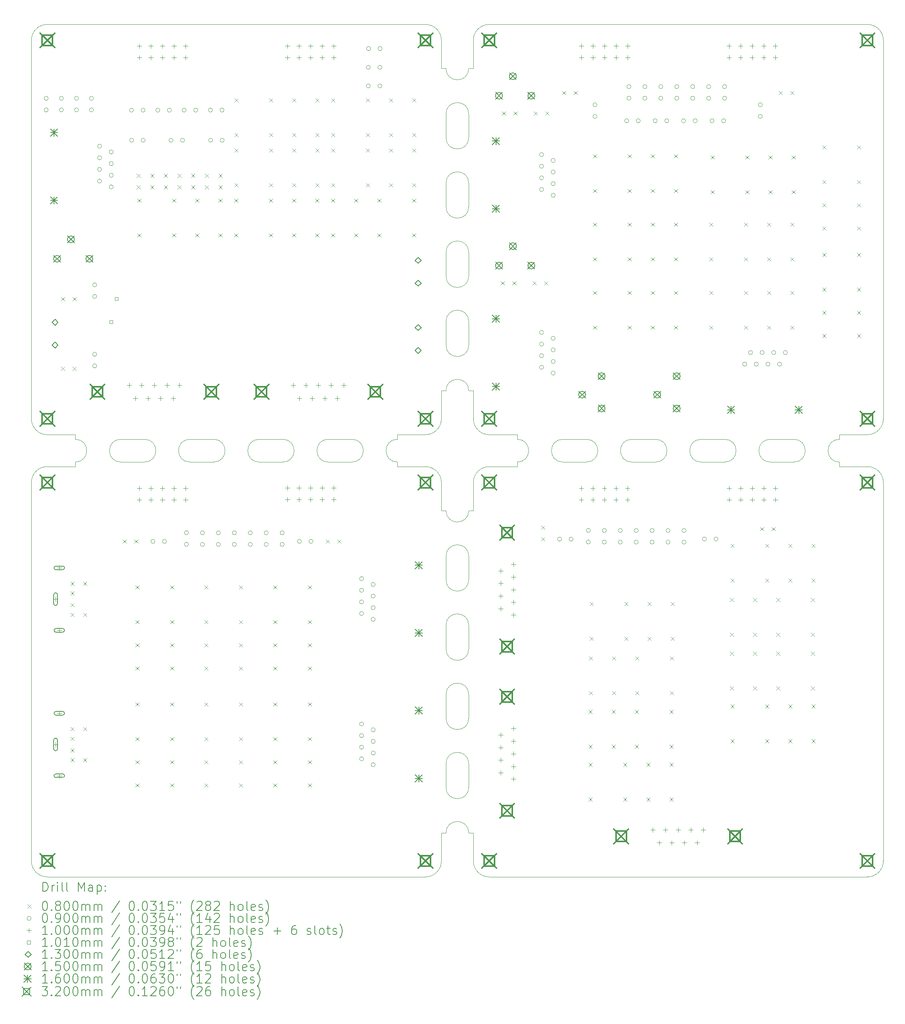
<source format=gbr>
%FSLAX45Y45*%
G04 Gerber Fmt 4.5, Leading zero omitted, Abs format (unit mm)*
G04 Created by KiCad (PCBNEW (6.0.1)) date 2023-03-04 23:46:08*
%MOMM*%
%LPD*%
G01*
G04 APERTURE LIST*
%TA.AperFunction,Profile*%
%ADD10C,0.100000*%
%TD*%
%ADD11C,0.200000*%
%ADD12C,0.080000*%
%ADD13C,0.090000*%
%ADD14C,0.100000*%
%ADD15C,0.101000*%
%ADD16C,0.130000*%
%ADD17C,0.150000*%
%ADD18C,0.160000*%
%ADD19C,0.320000*%
G04 APERTURE END LIST*
D10*
X17785000Y-10650000D02*
G75*
G03*
X17785000Y-10150000I0J250000D01*
G01*
X3015000Y-10150000D02*
G75*
G03*
X3015000Y-10650000I0J-250000D01*
G01*
X11100000Y-19750000D02*
X19400000Y-19750000D01*
X10050000Y-18785000D02*
X10150000Y-18785000D01*
X2015000Y-10750000D02*
X2015000Y-10650000D01*
X9085000Y-10150000D02*
X9085000Y-10050000D01*
X10150000Y-5050000D02*
G75*
G03*
X10650000Y-5050000I250000J0D01*
G01*
X10150000Y-14750000D02*
G75*
G03*
X10650000Y-14750000I250000J0D01*
G01*
X10650000Y-6050000D02*
X10650000Y-6570000D01*
X19400000Y-19750000D02*
G75*
G03*
X19750000Y-19400000I0J350000D01*
G01*
X11100000Y-10750000D02*
G75*
G03*
X10750000Y-11100000I0J-350000D01*
G01*
X10650000Y-3015000D02*
X10650000Y-3532500D01*
X10750000Y-9085000D02*
X10650000Y-9085000D01*
X19750000Y-19400000D02*
X19750000Y-11100000D01*
X6050000Y-10150000D02*
G75*
G03*
X6050000Y-10650000I0J-250000D01*
G01*
X15750000Y-10150000D02*
G75*
G03*
X15750000Y-10650000I0J-250000D01*
G01*
X10150000Y-16267500D02*
G75*
G03*
X10650000Y-16267500I250000J0D01*
G01*
X10150000Y-2015000D02*
G75*
G03*
X10650000Y-2015000I250000J0D01*
G01*
X10650000Y-15750000D02*
X10650000Y-16267500D01*
X19750000Y-11100000D02*
G75*
G03*
X19400000Y-10750000I-350000J0D01*
G01*
X10150000Y-16267500D02*
X10150000Y-15750000D01*
X7567500Y-10150000D02*
G75*
G03*
X7567500Y-10650000I0J-250000D01*
G01*
X10150000Y-17785000D02*
G75*
G03*
X10650000Y-17785000I250000J0D01*
G01*
X10750000Y-19400000D02*
G75*
G03*
X11100000Y-19750000I350000J0D01*
G01*
X11715000Y-10650000D02*
G75*
G03*
X11715000Y-10150000I0J250000D01*
G01*
X10650000Y-14230000D02*
G75*
G03*
X10150000Y-14230000I-250000J0D01*
G01*
X10650000Y-4532500D02*
G75*
G03*
X10150000Y-4532500I-250000J0D01*
G01*
X9700000Y-10750000D02*
X9085000Y-10750000D01*
X1050000Y-19400000D02*
X1050000Y-11100000D01*
X17785000Y-10650000D02*
X17267500Y-10650000D01*
X9700000Y-19750000D02*
G75*
G03*
X10050000Y-19400000I0J350000D01*
G01*
X13232500Y-10650000D02*
G75*
G03*
X13232500Y-10150000I0J250000D01*
G01*
X1400000Y-10750000D02*
X2015000Y-10750000D01*
X10650000Y-9085000D02*
G75*
G03*
X10150000Y-9085000I-250000J0D01*
G01*
X14750000Y-10650000D02*
G75*
G03*
X14750000Y-10150000I0J250000D01*
G01*
X1050000Y-19400000D02*
G75*
G03*
X1400000Y-19750000I350000J0D01*
G01*
X16267500Y-10650000D02*
G75*
G03*
X16267500Y-10150000I0J250000D01*
G01*
X19400000Y-10050000D02*
G75*
G03*
X19750000Y-9700000I0J350000D01*
G01*
X11715000Y-10750000D02*
X11715000Y-10650000D01*
X9700000Y-10050000D02*
X9085000Y-10050000D01*
X14750000Y-10650000D02*
X14230000Y-10650000D01*
X15750000Y-10150000D02*
X16267500Y-10150000D01*
X10150000Y-8085000D02*
X10150000Y-7567500D01*
X10650000Y-7567500D02*
X10650000Y-8085000D01*
X10050000Y-9085000D02*
X10150000Y-9085000D01*
X10650000Y-15750000D02*
G75*
G03*
X10150000Y-15750000I-250000J0D01*
G01*
X10150000Y-17785000D02*
X10150000Y-17267500D01*
X2015000Y-10650000D02*
G75*
G03*
X2015000Y-10150000I0J250000D01*
G01*
X19400000Y-10050000D02*
X18785000Y-10050000D01*
X19400000Y-10750000D02*
X18785000Y-10750000D01*
X10050000Y-11715000D02*
X10150000Y-11715000D01*
X1400000Y-1050000D02*
X9700000Y-1050000D01*
X10750000Y-1400000D02*
X10750000Y-2015000D01*
X10050000Y-11100000D02*
X10050000Y-11715000D01*
X10650000Y-17267500D02*
G75*
G03*
X10150000Y-17267500I-250000J0D01*
G01*
X10050000Y-9700000D02*
X10050000Y-9085000D01*
X10750000Y-11715000D02*
X10650000Y-11715000D01*
X10150000Y-6570000D02*
X10150000Y-6050000D01*
X14230000Y-10150000D02*
G75*
G03*
X14230000Y-10650000I0J-250000D01*
G01*
X12715000Y-10150000D02*
X13232500Y-10150000D01*
X10750000Y-18785000D02*
X10650000Y-18785000D01*
X9085000Y-10750000D02*
X9085000Y-10650000D01*
X3532500Y-10650000D02*
G75*
G03*
X3532500Y-10150000I0J250000D01*
G01*
X10050000Y-1400000D02*
G75*
G03*
X9700000Y-1050000I-350000J0D01*
G01*
X5050000Y-10650000D02*
X4530000Y-10650000D01*
X10150000Y-11715000D02*
G75*
G03*
X10650000Y-11715000I250000J0D01*
G01*
X1400000Y-10750000D02*
G75*
G03*
X1050000Y-11100000I0J-350000D01*
G01*
X10150000Y-3532500D02*
G75*
G03*
X10650000Y-3532500I250000J0D01*
G01*
X10650000Y-14230000D02*
X10650000Y-14750000D01*
X10150000Y-5050000D02*
X10150000Y-4532500D01*
X10050000Y-1400000D02*
X10050000Y-2015000D01*
X11715000Y-10050000D02*
X11715000Y-10150000D01*
X1050000Y-9700000D02*
X1050000Y-1400000D01*
X10150000Y-8085000D02*
G75*
G03*
X10650000Y-8085000I250000J0D01*
G01*
X1400000Y-19750000D02*
X9700000Y-19750000D01*
X10150000Y-14750000D02*
X10150000Y-14230000D01*
X8085000Y-10650000D02*
X7567500Y-10650000D01*
X10150000Y-13232500D02*
X10150000Y-12715000D01*
X18785000Y-10750000D02*
X18785000Y-10650000D01*
X3532500Y-10650000D02*
X3015000Y-10650000D01*
X19750000Y-9700000D02*
X19750000Y-1400000D01*
X10150000Y-3532500D02*
X10150000Y-3015000D01*
X18785000Y-10150000D02*
G75*
G03*
X18785000Y-10650000I0J-250000D01*
G01*
X17267500Y-10150000D02*
X17785000Y-10150000D01*
X10750000Y-11100000D02*
X10750000Y-11715000D01*
X10150000Y-13232500D02*
G75*
G03*
X10650000Y-13232500I250000J0D01*
G01*
X8085000Y-10650000D02*
G75*
G03*
X8085000Y-10150000I0J250000D01*
G01*
X12715000Y-10150000D02*
G75*
G03*
X12715000Y-10650000I0J-250000D01*
G01*
X11100000Y-10750000D02*
X11715000Y-10750000D01*
X10650000Y-6050000D02*
G75*
G03*
X10150000Y-6050000I-250000J0D01*
G01*
X1050000Y-9700000D02*
G75*
G03*
X1400000Y-10050000I350000J0D01*
G01*
X13232500Y-10650000D02*
X12715000Y-10650000D01*
X10650000Y-4532500D02*
X10650000Y-5050000D01*
X10750000Y-9700000D02*
G75*
G03*
X11100000Y-10050000I350000J0D01*
G01*
X9085000Y-10150000D02*
G75*
G03*
X9085000Y-10650000I0J-250000D01*
G01*
X10650000Y-17267500D02*
X10650000Y-17785000D01*
X18785000Y-10050000D02*
X18785000Y-10150000D01*
X10050000Y-2015000D02*
X10150000Y-2015000D01*
X10750000Y-9700000D02*
X10750000Y-9085000D01*
X11100000Y-1050000D02*
X19400000Y-1050000D01*
X1400000Y-1050000D02*
G75*
G03*
X1050000Y-1400000I0J-350000D01*
G01*
X11100000Y-10050000D02*
X11715000Y-10050000D01*
X10650000Y-3015000D02*
G75*
G03*
X10150000Y-3015000I-250000J0D01*
G01*
X5050000Y-10650000D02*
G75*
G03*
X5050000Y-10150000I0J250000D01*
G01*
X4530000Y-10150000D02*
X5050000Y-10150000D01*
X3015000Y-10150000D02*
X3532500Y-10150000D01*
X10650000Y-12715000D02*
X10650000Y-13232500D01*
X10650000Y-12715000D02*
G75*
G03*
X10150000Y-12715000I-250000J0D01*
G01*
X6050000Y-10150000D02*
X6567500Y-10150000D01*
X2015000Y-10050000D02*
X2015000Y-10150000D01*
X1400000Y-10050000D02*
X2015000Y-10050000D01*
X10050000Y-11100000D02*
G75*
G03*
X9700000Y-10750000I-350000J0D01*
G01*
X16267500Y-10650000D02*
X15750000Y-10650000D01*
X6567500Y-10650000D02*
X6050000Y-10650000D01*
X17267500Y-10150000D02*
G75*
G03*
X17267500Y-10650000I0J-250000D01*
G01*
X4530000Y-10150000D02*
G75*
G03*
X4530000Y-10650000I0J-250000D01*
G01*
X14230000Y-10150000D02*
X14750000Y-10150000D01*
X11100000Y-1050000D02*
G75*
G03*
X10750000Y-1400000I0J-350000D01*
G01*
X10150000Y-6570000D02*
G75*
G03*
X10650000Y-6570000I250000J0D01*
G01*
X7567500Y-10150000D02*
X8085000Y-10150000D01*
X10650000Y-7567500D02*
G75*
G03*
X10150000Y-7567500I-250000J0D01*
G01*
X10750000Y-19400000D02*
X10750000Y-18785000D01*
X9700000Y-10050000D02*
G75*
G03*
X10050000Y-9700000I0J350000D01*
G01*
X6567500Y-10650000D02*
G75*
G03*
X6567500Y-10150000I0J250000D01*
G01*
X19750000Y-1400000D02*
G75*
G03*
X19400000Y-1050000I-350000J0D01*
G01*
X10650000Y-18785000D02*
G75*
G03*
X10150000Y-18785000I-250000J0D01*
G01*
X10050000Y-19400000D02*
X10050000Y-18785000D01*
X10750000Y-2015000D02*
X10650000Y-2015000D01*
D11*
D12*
X1700500Y-7030000D02*
X1780500Y-7110000D01*
X1780500Y-7030000D02*
X1700500Y-7110000D01*
X1700500Y-8560000D02*
X1780500Y-8640000D01*
X1780500Y-8560000D02*
X1700500Y-8640000D01*
X1907500Y-13276833D02*
X1987500Y-13356833D01*
X1987500Y-13276833D02*
X1907500Y-13356833D01*
X1907500Y-13486833D02*
X1987500Y-13566833D01*
X1987500Y-13486833D02*
X1907500Y-13566833D01*
X1907500Y-13746833D02*
X1987500Y-13826833D01*
X1987500Y-13746833D02*
X1907500Y-13826833D01*
X1907500Y-13956833D02*
X1987500Y-14036833D01*
X1987500Y-13956833D02*
X1907500Y-14036833D01*
X1907500Y-16465166D02*
X1987500Y-16545166D01*
X1987500Y-16465166D02*
X1907500Y-16545166D01*
X1907500Y-16675166D02*
X1987500Y-16755166D01*
X1987500Y-16675166D02*
X1907500Y-16755166D01*
X1907500Y-16935166D02*
X1987500Y-17015166D01*
X1987500Y-16935166D02*
X1907500Y-17015166D01*
X1907500Y-17145166D02*
X1987500Y-17225166D01*
X1987500Y-17145166D02*
X1907500Y-17225166D01*
X1954500Y-7030000D02*
X2034500Y-7110000D01*
X2034500Y-7030000D02*
X1954500Y-7110000D01*
X1954500Y-8560000D02*
X2034500Y-8640000D01*
X2034500Y-8560000D02*
X1954500Y-8640000D01*
X2187500Y-13276833D02*
X2267500Y-13356833D01*
X2267500Y-13276833D02*
X2187500Y-13356833D01*
X2187500Y-13956833D02*
X2267500Y-14036833D01*
X2267500Y-13956833D02*
X2187500Y-14036833D01*
X2187500Y-16465166D02*
X2267500Y-16545166D01*
X2267500Y-16465166D02*
X2187500Y-16545166D01*
X2187500Y-17145166D02*
X2267500Y-17225166D01*
X2267500Y-17145166D02*
X2187500Y-17225166D01*
X3056000Y-12350000D02*
X3136000Y-12430000D01*
X3136000Y-12350000D02*
X3056000Y-12430000D01*
X3310000Y-12350000D02*
X3390000Y-12430000D01*
X3390000Y-12350000D02*
X3310000Y-12430000D01*
X3336250Y-13354500D02*
X3416250Y-13434500D01*
X3416250Y-13354500D02*
X3336250Y-13434500D01*
X3336250Y-14116500D02*
X3416250Y-14196500D01*
X3416250Y-14116500D02*
X3336250Y-14196500D01*
X3336250Y-14624500D02*
X3416250Y-14704500D01*
X3416250Y-14624500D02*
X3336250Y-14704500D01*
X3336250Y-15132500D02*
X3416250Y-15212500D01*
X3416250Y-15132500D02*
X3336250Y-15212500D01*
X3336250Y-15922416D02*
X3416250Y-16002416D01*
X3416250Y-15922416D02*
X3336250Y-16002416D01*
X3336250Y-16684416D02*
X3416250Y-16764416D01*
X3416250Y-16684416D02*
X3336250Y-16764416D01*
X3336250Y-17192416D02*
X3416250Y-17272416D01*
X3416250Y-17192416D02*
X3336250Y-17272416D01*
X3336250Y-17700416D02*
X3416250Y-17780416D01*
X3416250Y-17700416D02*
X3336250Y-17780416D01*
X3360000Y-4325500D02*
X3440000Y-4405500D01*
X3440000Y-4325500D02*
X3360000Y-4405500D01*
X3360000Y-4579500D02*
X3440000Y-4659500D01*
X3440000Y-4579500D02*
X3360000Y-4659500D01*
X3378250Y-4873000D02*
X3458250Y-4953000D01*
X3458250Y-4873000D02*
X3378250Y-4953000D01*
X3378250Y-5635000D02*
X3458250Y-5715000D01*
X3458250Y-5635000D02*
X3378250Y-5715000D01*
X3660000Y-4325500D02*
X3740000Y-4405500D01*
X3740000Y-4325500D02*
X3660000Y-4405500D01*
X3660000Y-4579500D02*
X3740000Y-4659500D01*
X3740000Y-4579500D02*
X3660000Y-4659500D01*
X3960000Y-4325500D02*
X4040000Y-4405500D01*
X4040000Y-4325500D02*
X3960000Y-4405500D01*
X3960000Y-4579500D02*
X4040000Y-4659500D01*
X4040000Y-4579500D02*
X3960000Y-4659500D01*
X4098250Y-13354500D02*
X4178250Y-13434500D01*
X4178250Y-13354500D02*
X4098250Y-13434500D01*
X4098250Y-14116500D02*
X4178250Y-14196500D01*
X4178250Y-14116500D02*
X4098250Y-14196500D01*
X4098250Y-14624500D02*
X4178250Y-14704500D01*
X4178250Y-14624500D02*
X4098250Y-14704500D01*
X4098250Y-15132500D02*
X4178250Y-15212500D01*
X4178250Y-15132500D02*
X4098250Y-15212500D01*
X4098250Y-15922416D02*
X4178250Y-16002416D01*
X4178250Y-15922416D02*
X4098250Y-16002416D01*
X4098250Y-16684416D02*
X4178250Y-16764416D01*
X4178250Y-16684416D02*
X4098250Y-16764416D01*
X4098250Y-17192416D02*
X4178250Y-17272416D01*
X4178250Y-17192416D02*
X4098250Y-17272416D01*
X4098250Y-17700416D02*
X4178250Y-17780416D01*
X4178250Y-17700416D02*
X4098250Y-17780416D01*
X4140250Y-4873000D02*
X4220250Y-4953000D01*
X4220250Y-4873000D02*
X4140250Y-4953000D01*
X4140250Y-5635000D02*
X4220250Y-5715000D01*
X4220250Y-5635000D02*
X4140250Y-5715000D01*
X4260000Y-4326000D02*
X4340000Y-4406000D01*
X4340000Y-4326000D02*
X4260000Y-4406000D01*
X4260000Y-4580000D02*
X4340000Y-4660000D01*
X4340000Y-4580000D02*
X4260000Y-4660000D01*
X4560000Y-4325500D02*
X4640000Y-4405500D01*
X4640000Y-4325500D02*
X4560000Y-4405500D01*
X4560000Y-4579500D02*
X4640000Y-4659500D01*
X4640000Y-4579500D02*
X4560000Y-4659500D01*
X4648250Y-4873000D02*
X4728250Y-4953000D01*
X4728250Y-4873000D02*
X4648250Y-4953000D01*
X4648250Y-5635000D02*
X4728250Y-5715000D01*
X4728250Y-5635000D02*
X4648250Y-5715000D01*
X4848000Y-13354500D02*
X4928000Y-13434500D01*
X4928000Y-13354500D02*
X4848000Y-13434500D01*
X4848000Y-14116500D02*
X4928000Y-14196500D01*
X4928000Y-14116500D02*
X4848000Y-14196500D01*
X4848000Y-14624500D02*
X4928000Y-14704500D01*
X4928000Y-14624500D02*
X4848000Y-14704500D01*
X4848000Y-15132500D02*
X4928000Y-15212500D01*
X4928000Y-15132500D02*
X4848000Y-15212500D01*
X4848125Y-15922416D02*
X4928125Y-16002416D01*
X4928125Y-15922416D02*
X4848125Y-16002416D01*
X4848125Y-16684416D02*
X4928125Y-16764416D01*
X4928125Y-16684416D02*
X4848125Y-16764416D01*
X4848125Y-17192416D02*
X4928125Y-17272416D01*
X4928125Y-17192416D02*
X4848125Y-17272416D01*
X4848125Y-17700416D02*
X4928125Y-17780416D01*
X4928125Y-17700416D02*
X4848125Y-17780416D01*
X4860000Y-4325500D02*
X4940000Y-4405500D01*
X4940000Y-4325500D02*
X4860000Y-4405500D01*
X4860000Y-4579500D02*
X4940000Y-4659500D01*
X4940000Y-4579500D02*
X4860000Y-4659500D01*
X5156250Y-4873000D02*
X5236250Y-4953000D01*
X5236250Y-4873000D02*
X5156250Y-4953000D01*
X5156250Y-5635000D02*
X5236250Y-5715000D01*
X5236250Y-5635000D02*
X5156250Y-5715000D01*
X5160000Y-4325500D02*
X5240000Y-4405500D01*
X5240000Y-4325500D02*
X5160000Y-4405500D01*
X5160000Y-4579500D02*
X5240000Y-4659500D01*
X5240000Y-4579500D02*
X5160000Y-4659500D01*
X5503250Y-4873000D02*
X5583250Y-4953000D01*
X5583250Y-4873000D02*
X5503250Y-4953000D01*
X5503250Y-5635000D02*
X5583250Y-5715000D01*
X5583250Y-5635000D02*
X5503250Y-5715000D01*
X5505867Y-2673000D02*
X5585867Y-2753000D01*
X5585867Y-2673000D02*
X5505867Y-2753000D01*
X5505867Y-3435000D02*
X5585867Y-3515000D01*
X5585867Y-3435000D02*
X5505867Y-3515000D01*
X5505867Y-3773000D02*
X5585867Y-3853000D01*
X5585867Y-3773000D02*
X5505867Y-3853000D01*
X5505867Y-4535000D02*
X5585867Y-4615000D01*
X5585867Y-4535000D02*
X5505867Y-4615000D01*
X5610000Y-13354500D02*
X5690000Y-13434500D01*
X5690000Y-13354500D02*
X5610000Y-13434500D01*
X5610000Y-14116500D02*
X5690000Y-14196500D01*
X5690000Y-14116500D02*
X5610000Y-14196500D01*
X5610000Y-14624500D02*
X5690000Y-14704500D01*
X5690000Y-14624500D02*
X5610000Y-14704500D01*
X5610000Y-15132500D02*
X5690000Y-15212500D01*
X5690000Y-15132500D02*
X5610000Y-15212500D01*
X5610125Y-15922416D02*
X5690125Y-16002416D01*
X5690125Y-15922416D02*
X5610125Y-16002416D01*
X5610125Y-16684416D02*
X5690125Y-16764416D01*
X5690125Y-16684416D02*
X5610125Y-16764416D01*
X5610125Y-17192416D02*
X5690125Y-17272416D01*
X5690125Y-17192416D02*
X5610125Y-17272416D01*
X5610125Y-17700416D02*
X5690125Y-17780416D01*
X5690125Y-17700416D02*
X5610125Y-17780416D01*
X6265250Y-4873000D02*
X6345250Y-4953000D01*
X6345250Y-4873000D02*
X6265250Y-4953000D01*
X6265250Y-5635000D02*
X6345250Y-5715000D01*
X6345250Y-5635000D02*
X6265250Y-5715000D01*
X6267867Y-2673000D02*
X6347867Y-2753000D01*
X6347867Y-2673000D02*
X6267867Y-2753000D01*
X6267867Y-3435000D02*
X6347867Y-3515000D01*
X6347867Y-3435000D02*
X6267867Y-3515000D01*
X6267867Y-3773000D02*
X6347867Y-3853000D01*
X6347867Y-3773000D02*
X6267867Y-3853000D01*
X6267867Y-4535000D02*
X6347867Y-4615000D01*
X6347867Y-4535000D02*
X6267867Y-4615000D01*
X6360000Y-13354500D02*
X6440000Y-13434500D01*
X6440000Y-13354500D02*
X6360000Y-13434500D01*
X6360000Y-14116500D02*
X6440000Y-14196500D01*
X6440000Y-14116500D02*
X6360000Y-14196500D01*
X6360000Y-14624500D02*
X6440000Y-14704500D01*
X6440000Y-14624500D02*
X6360000Y-14704500D01*
X6360000Y-15132500D02*
X6440000Y-15212500D01*
X6440000Y-15132500D02*
X6360000Y-15212500D01*
X6360000Y-15922416D02*
X6440000Y-16002416D01*
X6440000Y-15922416D02*
X6360000Y-16002416D01*
X6360000Y-16684416D02*
X6440000Y-16764416D01*
X6440000Y-16684416D02*
X6360000Y-16764416D01*
X6360000Y-17192416D02*
X6440000Y-17272416D01*
X6440000Y-17192416D02*
X6360000Y-17272416D01*
X6360000Y-17700416D02*
X6440000Y-17780416D01*
X6440000Y-17700416D02*
X6360000Y-17780416D01*
X6773250Y-4873000D02*
X6853250Y-4953000D01*
X6853250Y-4873000D02*
X6773250Y-4953000D01*
X6773250Y-5635000D02*
X6853250Y-5715000D01*
X6853250Y-5635000D02*
X6773250Y-5715000D01*
X6775867Y-2673000D02*
X6855867Y-2753000D01*
X6855867Y-2673000D02*
X6775867Y-2753000D01*
X6775867Y-3435000D02*
X6855867Y-3515000D01*
X6855867Y-3435000D02*
X6775867Y-3515000D01*
X6775867Y-3773000D02*
X6855867Y-3853000D01*
X6855867Y-3773000D02*
X6775867Y-3853000D01*
X6775867Y-4535000D02*
X6855867Y-4615000D01*
X6855867Y-4535000D02*
X6775867Y-4615000D01*
X7122000Y-13354500D02*
X7202000Y-13434500D01*
X7202000Y-13354500D02*
X7122000Y-13434500D01*
X7122000Y-14116500D02*
X7202000Y-14196500D01*
X7202000Y-14116500D02*
X7122000Y-14196500D01*
X7122000Y-14624500D02*
X7202000Y-14704500D01*
X7202000Y-14624500D02*
X7122000Y-14704500D01*
X7122000Y-15132500D02*
X7202000Y-15212500D01*
X7202000Y-15132500D02*
X7122000Y-15212500D01*
X7122000Y-15922416D02*
X7202000Y-16002416D01*
X7202000Y-15922416D02*
X7122000Y-16002416D01*
X7122000Y-16684416D02*
X7202000Y-16764416D01*
X7202000Y-16684416D02*
X7122000Y-16764416D01*
X7122000Y-17192416D02*
X7202000Y-17272416D01*
X7202000Y-17192416D02*
X7122000Y-17272416D01*
X7122000Y-17700416D02*
X7202000Y-17780416D01*
X7202000Y-17700416D02*
X7122000Y-17780416D01*
X7281250Y-4873000D02*
X7361250Y-4953000D01*
X7361250Y-4873000D02*
X7281250Y-4953000D01*
X7281250Y-5635000D02*
X7361250Y-5715000D01*
X7361250Y-5635000D02*
X7281250Y-5715000D01*
X7283867Y-2673000D02*
X7363867Y-2753000D01*
X7363867Y-2673000D02*
X7283867Y-2753000D01*
X7283867Y-3435000D02*
X7363867Y-3515000D01*
X7363867Y-3435000D02*
X7283867Y-3515000D01*
X7283867Y-3773000D02*
X7363867Y-3853000D01*
X7363867Y-3773000D02*
X7283867Y-3853000D01*
X7283867Y-4535000D02*
X7363867Y-4615000D01*
X7363867Y-4535000D02*
X7283867Y-4615000D01*
X7515500Y-12350000D02*
X7595500Y-12430000D01*
X7595500Y-12350000D02*
X7515500Y-12430000D01*
X7627565Y-4872085D02*
X7707565Y-4952085D01*
X7707565Y-4872085D02*
X7627565Y-4952085D01*
X7627565Y-5634085D02*
X7707565Y-5714085D01*
X7707565Y-5634085D02*
X7627565Y-5714085D01*
X7630867Y-2673000D02*
X7710867Y-2753000D01*
X7710867Y-2673000D02*
X7630867Y-2753000D01*
X7630867Y-3435000D02*
X7710867Y-3515000D01*
X7710867Y-3435000D02*
X7630867Y-3515000D01*
X7630867Y-3773000D02*
X7710867Y-3853000D01*
X7710867Y-3773000D02*
X7630867Y-3853000D01*
X7630867Y-4535000D02*
X7710867Y-4615000D01*
X7710867Y-4535000D02*
X7630867Y-4615000D01*
X7769500Y-12350000D02*
X7849500Y-12430000D01*
X7849500Y-12350000D02*
X7769500Y-12430000D01*
X8135565Y-4872085D02*
X8215565Y-4952085D01*
X8215565Y-4872085D02*
X8135565Y-4952085D01*
X8135565Y-5634085D02*
X8215565Y-5714085D01*
X8215565Y-5634085D02*
X8135565Y-5714085D01*
X8392867Y-2673000D02*
X8472867Y-2753000D01*
X8472867Y-2673000D02*
X8392867Y-2753000D01*
X8392867Y-3435000D02*
X8472867Y-3515000D01*
X8472867Y-3435000D02*
X8392867Y-3515000D01*
X8392867Y-3773000D02*
X8472867Y-3853000D01*
X8472867Y-3773000D02*
X8392867Y-3853000D01*
X8392867Y-4535000D02*
X8472867Y-4615000D01*
X8472867Y-4535000D02*
X8392867Y-4615000D01*
X8643565Y-4872085D02*
X8723565Y-4952085D01*
X8723565Y-4872085D02*
X8643565Y-4952085D01*
X8643565Y-5634085D02*
X8723565Y-5714085D01*
X8723565Y-5634085D02*
X8643565Y-5714085D01*
X8900867Y-2673000D02*
X8980867Y-2753000D01*
X8980867Y-2673000D02*
X8900867Y-2753000D01*
X8900867Y-3435000D02*
X8980867Y-3515000D01*
X8980867Y-3435000D02*
X8900867Y-3515000D01*
X8900867Y-3773000D02*
X8980867Y-3853000D01*
X8980867Y-3773000D02*
X8900867Y-3853000D01*
X8900867Y-4535000D02*
X8980867Y-4615000D01*
X8980867Y-4535000D02*
X8900867Y-4615000D01*
X9405565Y-4872085D02*
X9485565Y-4952085D01*
X9485565Y-4872085D02*
X9405565Y-4952085D01*
X9405565Y-5634085D02*
X9485565Y-5714085D01*
X9485565Y-5634085D02*
X9405565Y-5714085D01*
X9408867Y-2673000D02*
X9488867Y-2753000D01*
X9488867Y-2673000D02*
X9408867Y-2753000D01*
X9408867Y-3435000D02*
X9488867Y-3515000D01*
X9488867Y-3435000D02*
X9408867Y-3515000D01*
X9408867Y-3773000D02*
X9488867Y-3853000D01*
X9488867Y-3773000D02*
X9408867Y-3853000D01*
X9408867Y-4535000D02*
X9488867Y-4615000D01*
X9488867Y-4535000D02*
X9408867Y-4615000D01*
X11353000Y-6686250D02*
X11433000Y-6766250D01*
X11433000Y-6686250D02*
X11353000Y-6766250D01*
X11378000Y-2960000D02*
X11458000Y-3040000D01*
X11458000Y-2960000D02*
X11378000Y-3040000D01*
X11607000Y-6686250D02*
X11687000Y-6766250D01*
X11687000Y-6686250D02*
X11607000Y-6766250D01*
X11632000Y-2960000D02*
X11712000Y-3040000D01*
X11712000Y-2960000D02*
X11632000Y-3040000D01*
X12053000Y-6686250D02*
X12133000Y-6766250D01*
X12133000Y-6686250D02*
X12053000Y-6766250D01*
X12078000Y-2960000D02*
X12158000Y-3040000D01*
X12158000Y-2960000D02*
X12078000Y-3040000D01*
X12240000Y-12046000D02*
X12320000Y-12126000D01*
X12320000Y-12046000D02*
X12240000Y-12126000D01*
X12240000Y-12300000D02*
X12320000Y-12380000D01*
X12320000Y-12300000D02*
X12240000Y-12380000D01*
X12307000Y-6686250D02*
X12387000Y-6766250D01*
X12387000Y-6686250D02*
X12307000Y-6766250D01*
X12332000Y-2960000D02*
X12412000Y-3040000D01*
X12412000Y-2960000D02*
X12332000Y-3040000D01*
X12700500Y-2510000D02*
X12780500Y-2590000D01*
X12780500Y-2510000D02*
X12700500Y-2590000D01*
X12954500Y-2510000D02*
X13034500Y-2590000D01*
X13034500Y-2510000D02*
X12954500Y-2590000D01*
X13278250Y-17248000D02*
X13358250Y-17328000D01*
X13358250Y-17248000D02*
X13278250Y-17328000D01*
X13278250Y-18010000D02*
X13358250Y-18090000D01*
X13358250Y-18010000D02*
X13278250Y-18090000D01*
X13282000Y-16086250D02*
X13362000Y-16166250D01*
X13362000Y-16086250D02*
X13282000Y-16166250D01*
X13282000Y-16848250D02*
X13362000Y-16928250D01*
X13362000Y-16848250D02*
X13282000Y-16928250D01*
X13288750Y-14912500D02*
X13368750Y-14992500D01*
X13368750Y-14912500D02*
X13288750Y-14992500D01*
X13288750Y-15674500D02*
X13368750Y-15754500D01*
X13368750Y-15674500D02*
X13288750Y-15754500D01*
X13303250Y-13723000D02*
X13383250Y-13803000D01*
X13383250Y-13723000D02*
X13303250Y-13803000D01*
X13303250Y-14485000D02*
X13383250Y-14565000D01*
X13383250Y-14485000D02*
X13303250Y-14565000D01*
X13378250Y-3898000D02*
X13458250Y-3978000D01*
X13458250Y-3898000D02*
X13378250Y-3978000D01*
X13378250Y-4660000D02*
X13458250Y-4740000D01*
X13458250Y-4660000D02*
X13378250Y-4740000D01*
X13378250Y-5398000D02*
X13458250Y-5478000D01*
X13458250Y-5398000D02*
X13378250Y-5478000D01*
X13378250Y-6160000D02*
X13458250Y-6240000D01*
X13458250Y-6160000D02*
X13378250Y-6240000D01*
X13378250Y-6898000D02*
X13458250Y-6978000D01*
X13458250Y-6898000D02*
X13378250Y-6978000D01*
X13378250Y-7660000D02*
X13458250Y-7740000D01*
X13458250Y-7660000D02*
X13378250Y-7740000D01*
X13790000Y-16086250D02*
X13870000Y-16166250D01*
X13870000Y-16086250D02*
X13790000Y-16166250D01*
X13790000Y-16848250D02*
X13870000Y-16928250D01*
X13870000Y-16848250D02*
X13790000Y-16928250D01*
X13796750Y-14912500D02*
X13876750Y-14992500D01*
X13876750Y-14912500D02*
X13796750Y-14992500D01*
X13796750Y-15674500D02*
X13876750Y-15754500D01*
X13876750Y-15674500D02*
X13796750Y-15754500D01*
X14040250Y-17248000D02*
X14120250Y-17328000D01*
X14120250Y-17248000D02*
X14040250Y-17328000D01*
X14040250Y-18010000D02*
X14120250Y-18090000D01*
X14120250Y-18010000D02*
X14040250Y-18090000D01*
X14065250Y-13723000D02*
X14145250Y-13803000D01*
X14145250Y-13723000D02*
X14065250Y-13803000D01*
X14065250Y-14485000D02*
X14145250Y-14565000D01*
X14145250Y-14485000D02*
X14065250Y-14565000D01*
X14140250Y-3898000D02*
X14220250Y-3978000D01*
X14220250Y-3898000D02*
X14140250Y-3978000D01*
X14140250Y-4660000D02*
X14220250Y-4740000D01*
X14220250Y-4660000D02*
X14140250Y-4740000D01*
X14140250Y-5398000D02*
X14220250Y-5478000D01*
X14220250Y-5398000D02*
X14140250Y-5478000D01*
X14140250Y-6160000D02*
X14220250Y-6240000D01*
X14220250Y-6160000D02*
X14140250Y-6240000D01*
X14140250Y-6898000D02*
X14220250Y-6978000D01*
X14220250Y-6898000D02*
X14140250Y-6978000D01*
X14140250Y-7660000D02*
X14220250Y-7740000D01*
X14220250Y-7660000D02*
X14140250Y-7740000D01*
X14298000Y-16086250D02*
X14378000Y-16166250D01*
X14378000Y-16086250D02*
X14298000Y-16166250D01*
X14298000Y-16848250D02*
X14378000Y-16928250D01*
X14378000Y-16848250D02*
X14298000Y-16928250D01*
X14304750Y-14912500D02*
X14384750Y-14992500D01*
X14384750Y-14912500D02*
X14304750Y-14992500D01*
X14304750Y-15674500D02*
X14384750Y-15754500D01*
X14384750Y-15674500D02*
X14304750Y-15754500D01*
X14548250Y-17248000D02*
X14628250Y-17328000D01*
X14628250Y-17248000D02*
X14548250Y-17328000D01*
X14548250Y-18010000D02*
X14628250Y-18090000D01*
X14628250Y-18010000D02*
X14548250Y-18090000D01*
X14573250Y-13723000D02*
X14653250Y-13803000D01*
X14653250Y-13723000D02*
X14573250Y-13803000D01*
X14573250Y-14485000D02*
X14653250Y-14565000D01*
X14653250Y-14485000D02*
X14573250Y-14565000D01*
X14648250Y-3898000D02*
X14728250Y-3978000D01*
X14728250Y-3898000D02*
X14648250Y-3978000D01*
X14648250Y-4660000D02*
X14728250Y-4740000D01*
X14728250Y-4660000D02*
X14648250Y-4740000D01*
X14648250Y-5398000D02*
X14728250Y-5478000D01*
X14728250Y-5398000D02*
X14648250Y-5478000D01*
X14648250Y-6160000D02*
X14728250Y-6240000D01*
X14728250Y-6160000D02*
X14648250Y-6240000D01*
X14648250Y-6898000D02*
X14728250Y-6978000D01*
X14728250Y-6898000D02*
X14648250Y-6978000D01*
X14648250Y-7660000D02*
X14728250Y-7740000D01*
X14728250Y-7660000D02*
X14648250Y-7740000D01*
X15056250Y-17248000D02*
X15136250Y-17328000D01*
X15136250Y-17248000D02*
X15056250Y-17328000D01*
X15056250Y-18010000D02*
X15136250Y-18090000D01*
X15136250Y-18010000D02*
X15056250Y-18090000D01*
X15060000Y-16086250D02*
X15140000Y-16166250D01*
X15140000Y-16086250D02*
X15060000Y-16166250D01*
X15060000Y-16848250D02*
X15140000Y-16928250D01*
X15140000Y-16848250D02*
X15060000Y-16928250D01*
X15066750Y-14912500D02*
X15146750Y-14992500D01*
X15146750Y-14912500D02*
X15066750Y-14992500D01*
X15066750Y-15674500D02*
X15146750Y-15754500D01*
X15146750Y-15674500D02*
X15066750Y-15754500D01*
X15081250Y-13723000D02*
X15161250Y-13803000D01*
X15161250Y-13723000D02*
X15081250Y-13803000D01*
X15081250Y-14485000D02*
X15161250Y-14565000D01*
X15161250Y-14485000D02*
X15081250Y-14565000D01*
X15156250Y-3898000D02*
X15236250Y-3978000D01*
X15236250Y-3898000D02*
X15156250Y-3978000D01*
X15156250Y-4660000D02*
X15236250Y-4740000D01*
X15236250Y-4660000D02*
X15156250Y-4740000D01*
X15156250Y-5398000D02*
X15236250Y-5478000D01*
X15236250Y-5398000D02*
X15156250Y-5478000D01*
X15156250Y-6160000D02*
X15236250Y-6240000D01*
X15236250Y-6160000D02*
X15156250Y-6240000D01*
X15156250Y-6898000D02*
X15236250Y-6978000D01*
X15236250Y-6898000D02*
X15156250Y-6978000D01*
X15156250Y-7660000D02*
X15236250Y-7740000D01*
X15236250Y-7660000D02*
X15156250Y-7740000D01*
X15928038Y-6897487D02*
X16008038Y-6977487D01*
X16008038Y-6897487D02*
X15928038Y-6977487D01*
X15928038Y-7659487D02*
X16008038Y-7739487D01*
X16008038Y-7659487D02*
X15928038Y-7739487D01*
X15928250Y-5398000D02*
X16008250Y-5478000D01*
X16008250Y-5398000D02*
X15928250Y-5478000D01*
X15928250Y-6160000D02*
X16008250Y-6240000D01*
X16008250Y-6160000D02*
X15928250Y-6240000D01*
X15960000Y-3924250D02*
X16040000Y-4004250D01*
X16040000Y-3924250D02*
X15960000Y-4004250D01*
X15960000Y-4686250D02*
X16040000Y-4766250D01*
X16040000Y-4686250D02*
X15960000Y-4766250D01*
X16382000Y-13632766D02*
X16462000Y-13712766D01*
X16462000Y-13632766D02*
X16382000Y-13712766D01*
X16382000Y-14394766D02*
X16462000Y-14474766D01*
X16462000Y-14394766D02*
X16382000Y-14474766D01*
X16382000Y-14807766D02*
X16462000Y-14887766D01*
X16462000Y-14807766D02*
X16382000Y-14887766D01*
X16382000Y-15569766D02*
X16462000Y-15649766D01*
X16462000Y-15569766D02*
X16382000Y-15649766D01*
X16396500Y-12442016D02*
X16476500Y-12522016D01*
X16476500Y-12442016D02*
X16396500Y-12522016D01*
X16396500Y-13204016D02*
X16476500Y-13284016D01*
X16476500Y-13204016D02*
X16396500Y-13284016D01*
X16396500Y-15968266D02*
X16476500Y-16048266D01*
X16476500Y-15968266D02*
X16396500Y-16048266D01*
X16396500Y-16730266D02*
X16476500Y-16810266D01*
X16476500Y-16730266D02*
X16396500Y-16810266D01*
X16690038Y-6897487D02*
X16770038Y-6977487D01*
X16770038Y-6897487D02*
X16690038Y-6977487D01*
X16690038Y-7659487D02*
X16770038Y-7739487D01*
X16770038Y-7659487D02*
X16690038Y-7739487D01*
X16690250Y-5398000D02*
X16770250Y-5478000D01*
X16770250Y-5398000D02*
X16690250Y-5478000D01*
X16690250Y-6160000D02*
X16770250Y-6240000D01*
X16770250Y-6160000D02*
X16690250Y-6240000D01*
X16722000Y-3924250D02*
X16802000Y-4004250D01*
X16802000Y-3924250D02*
X16722000Y-4004250D01*
X16722000Y-4686250D02*
X16802000Y-4766250D01*
X16802000Y-4686250D02*
X16722000Y-4766250D01*
X16890000Y-13632766D02*
X16970000Y-13712766D01*
X16970000Y-13632766D02*
X16890000Y-13712766D01*
X16890000Y-14394766D02*
X16970000Y-14474766D01*
X16970000Y-14394766D02*
X16890000Y-14474766D01*
X16890000Y-14807766D02*
X16970000Y-14887766D01*
X16970000Y-14807766D02*
X16890000Y-14887766D01*
X16890000Y-15569766D02*
X16970000Y-15649766D01*
X16970000Y-15569766D02*
X16890000Y-15649766D01*
X17045500Y-12080000D02*
X17125500Y-12160000D01*
X17125500Y-12080000D02*
X17045500Y-12160000D01*
X17158500Y-12442016D02*
X17238500Y-12522016D01*
X17238500Y-12442016D02*
X17158500Y-12522016D01*
X17158500Y-13204016D02*
X17238500Y-13284016D01*
X17238500Y-13204016D02*
X17158500Y-13284016D01*
X17158500Y-15968266D02*
X17238500Y-16048266D01*
X17238500Y-15968266D02*
X17158500Y-16048266D01*
X17158500Y-16730266D02*
X17238500Y-16810266D01*
X17238500Y-16730266D02*
X17158500Y-16810266D01*
X17198038Y-6897487D02*
X17278038Y-6977487D01*
X17278038Y-6897487D02*
X17198038Y-6977487D01*
X17198038Y-7659487D02*
X17278038Y-7739487D01*
X17278038Y-7659487D02*
X17198038Y-7739487D01*
X17198250Y-5398000D02*
X17278250Y-5478000D01*
X17278250Y-5398000D02*
X17198250Y-5478000D01*
X17198250Y-6160000D02*
X17278250Y-6240000D01*
X17278250Y-6160000D02*
X17198250Y-6240000D01*
X17230000Y-3924250D02*
X17310000Y-4004250D01*
X17310000Y-3924250D02*
X17230000Y-4004250D01*
X17230000Y-4686250D02*
X17310000Y-4766250D01*
X17310000Y-4686250D02*
X17230000Y-4766250D01*
X17299500Y-12080000D02*
X17379500Y-12160000D01*
X17379500Y-12080000D02*
X17299500Y-12160000D01*
X17398000Y-13632766D02*
X17478000Y-13712766D01*
X17478000Y-13632766D02*
X17398000Y-13712766D01*
X17398000Y-14394766D02*
X17478000Y-14474766D01*
X17478000Y-14394766D02*
X17398000Y-14474766D01*
X17398000Y-14807766D02*
X17478000Y-14887766D01*
X17478000Y-14807766D02*
X17398000Y-14887766D01*
X17398000Y-15569766D02*
X17478000Y-15649766D01*
X17478000Y-15569766D02*
X17398000Y-15649766D01*
X17455500Y-2510000D02*
X17535500Y-2590000D01*
X17535500Y-2510000D02*
X17455500Y-2590000D01*
X17666500Y-12442016D02*
X17746500Y-12522016D01*
X17746500Y-12442016D02*
X17666500Y-12522016D01*
X17666500Y-13204016D02*
X17746500Y-13284016D01*
X17746500Y-13204016D02*
X17666500Y-13284016D01*
X17666500Y-15968266D02*
X17746500Y-16048266D01*
X17746500Y-15968266D02*
X17666500Y-16048266D01*
X17666500Y-16730266D02*
X17746500Y-16810266D01*
X17746500Y-16730266D02*
X17666500Y-16810266D01*
X17706038Y-6897487D02*
X17786038Y-6977487D01*
X17786038Y-6897487D02*
X17706038Y-6977487D01*
X17706038Y-7659487D02*
X17786038Y-7739487D01*
X17786038Y-7659487D02*
X17706038Y-7739487D01*
X17706250Y-5398000D02*
X17786250Y-5478000D01*
X17786250Y-5398000D02*
X17706250Y-5478000D01*
X17706250Y-6160000D02*
X17786250Y-6240000D01*
X17786250Y-6160000D02*
X17706250Y-6240000D01*
X17709500Y-2510000D02*
X17789500Y-2590000D01*
X17789500Y-2510000D02*
X17709500Y-2590000D01*
X17738000Y-3924250D02*
X17818000Y-4004250D01*
X17818000Y-3924250D02*
X17738000Y-4004250D01*
X17738000Y-4686250D02*
X17818000Y-4766250D01*
X17818000Y-4686250D02*
X17738000Y-4766250D01*
X18160000Y-13632766D02*
X18240000Y-13712766D01*
X18240000Y-13632766D02*
X18160000Y-13712766D01*
X18160000Y-14394766D02*
X18240000Y-14474766D01*
X18240000Y-14394766D02*
X18160000Y-14474766D01*
X18160000Y-14807766D02*
X18240000Y-14887766D01*
X18240000Y-14807766D02*
X18160000Y-14887766D01*
X18160000Y-15569766D02*
X18240000Y-15649766D01*
X18240000Y-15569766D02*
X18160000Y-15649766D01*
X18174500Y-12442016D02*
X18254500Y-12522016D01*
X18254500Y-12442016D02*
X18174500Y-12522016D01*
X18174500Y-13204016D02*
X18254500Y-13284016D01*
X18254500Y-13204016D02*
X18174500Y-13284016D01*
X18174500Y-15968266D02*
X18254500Y-16048266D01*
X18254500Y-15968266D02*
X18174500Y-16048266D01*
X18174500Y-16730266D02*
X18254500Y-16810266D01*
X18254500Y-16730266D02*
X18174500Y-16810266D01*
X18410000Y-6061250D02*
X18490000Y-6141250D01*
X18490000Y-6061250D02*
X18410000Y-6141250D01*
X18410000Y-6823250D02*
X18490000Y-6903250D01*
X18490000Y-6823250D02*
X18410000Y-6903250D01*
X18410000Y-7331250D02*
X18490000Y-7411250D01*
X18490000Y-7331250D02*
X18410000Y-7411250D01*
X18410000Y-7839250D02*
X18490000Y-7919250D01*
X18490000Y-7839250D02*
X18410000Y-7919250D01*
X18412500Y-3704500D02*
X18492500Y-3784500D01*
X18492500Y-3704500D02*
X18412500Y-3784500D01*
X18412500Y-4466500D02*
X18492500Y-4546500D01*
X18492500Y-4466500D02*
X18412500Y-4546500D01*
X18412500Y-4974500D02*
X18492500Y-5054500D01*
X18492500Y-4974500D02*
X18412500Y-5054500D01*
X18412500Y-5482500D02*
X18492500Y-5562500D01*
X18492500Y-5482500D02*
X18412500Y-5562500D01*
X19172000Y-6061250D02*
X19252000Y-6141250D01*
X19252000Y-6061250D02*
X19172000Y-6141250D01*
X19172000Y-6823250D02*
X19252000Y-6903250D01*
X19252000Y-6823250D02*
X19172000Y-6903250D01*
X19172000Y-7331250D02*
X19252000Y-7411250D01*
X19252000Y-7331250D02*
X19172000Y-7411250D01*
X19172000Y-7839250D02*
X19252000Y-7919250D01*
X19252000Y-7839250D02*
X19172000Y-7919250D01*
X19174500Y-3704500D02*
X19254500Y-3784500D01*
X19254500Y-3704500D02*
X19174500Y-3784500D01*
X19174500Y-4466500D02*
X19254500Y-4546500D01*
X19254500Y-4466500D02*
X19174500Y-4546500D01*
X19174500Y-4974500D02*
X19254500Y-5054500D01*
X19254500Y-4974500D02*
X19174500Y-5054500D01*
X19174500Y-5482500D02*
X19254500Y-5562500D01*
X19254500Y-5482500D02*
X19174500Y-5562500D01*
D13*
X1420000Y-2671750D02*
G75*
G03*
X1420000Y-2671750I-45000J0D01*
G01*
X1420000Y-2925750D02*
G75*
G03*
X1420000Y-2925750I-45000J0D01*
G01*
X1755000Y-2671750D02*
G75*
G03*
X1755000Y-2671750I-45000J0D01*
G01*
X1755000Y-2925750D02*
G75*
G03*
X1755000Y-2925750I-45000J0D01*
G01*
X2085000Y-2671750D02*
G75*
G03*
X2085000Y-2671750I-45000J0D01*
G01*
X2085000Y-2925750D02*
G75*
G03*
X2085000Y-2925750I-45000J0D01*
G01*
X2415000Y-2671750D02*
G75*
G03*
X2415000Y-2671750I-45000J0D01*
G01*
X2415000Y-2925750D02*
G75*
G03*
X2415000Y-2925750I-45000J0D01*
G01*
X2485000Y-6763500D02*
G75*
G03*
X2485000Y-6763500I-45000J0D01*
G01*
X2485000Y-7017500D02*
G75*
G03*
X2485000Y-7017500I-45000J0D01*
G01*
X2485000Y-8286000D02*
G75*
G03*
X2485000Y-8286000I-45000J0D01*
G01*
X2485000Y-8540000D02*
G75*
G03*
X2485000Y-8540000I-45000J0D01*
G01*
X2592500Y-3721250D02*
G75*
G03*
X2592500Y-3721250I-45000J0D01*
G01*
X2592500Y-3976250D02*
G75*
G03*
X2592500Y-3976250I-45000J0D01*
G01*
X2592500Y-4231250D02*
G75*
G03*
X2592500Y-4231250I-45000J0D01*
G01*
X2592500Y-4486250D02*
G75*
G03*
X2592500Y-4486250I-45000J0D01*
G01*
X2847500Y-3848750D02*
G75*
G03*
X2847500Y-3848750I-45000J0D01*
G01*
X2847500Y-4103750D02*
G75*
G03*
X2847500Y-4103750I-45000J0D01*
G01*
X2847500Y-4358750D02*
G75*
G03*
X2847500Y-4358750I-45000J0D01*
G01*
X2847500Y-4613750D02*
G75*
G03*
X2847500Y-4613750I-45000J0D01*
G01*
X3292500Y-2930000D02*
G75*
G03*
X3292500Y-2930000I-45000J0D01*
G01*
X3295000Y-3590000D02*
G75*
G03*
X3295000Y-3590000I-45000J0D01*
G01*
X3546500Y-2930000D02*
G75*
G03*
X3546500Y-2930000I-45000J0D01*
G01*
X3549000Y-3590000D02*
G75*
G03*
X3549000Y-3590000I-45000J0D01*
G01*
X3763000Y-12390000D02*
G75*
G03*
X3763000Y-12390000I-45000J0D01*
G01*
X3870333Y-2930000D02*
G75*
G03*
X3870333Y-2930000I-45000J0D01*
G01*
X4017000Y-12390000D02*
G75*
G03*
X4017000Y-12390000I-45000J0D01*
G01*
X4124333Y-2930000D02*
G75*
G03*
X4124333Y-2930000I-45000J0D01*
G01*
X4158500Y-3590000D02*
G75*
G03*
X4158500Y-3590000I-45000J0D01*
G01*
X4412500Y-3590000D02*
G75*
G03*
X4412500Y-3590000I-45000J0D01*
G01*
X4448167Y-2930000D02*
G75*
G03*
X4448167Y-2930000I-45000J0D01*
G01*
X4500217Y-12199985D02*
G75*
G03*
X4500217Y-12199985I-45000J0D01*
G01*
X4500217Y-12453985D02*
G75*
G03*
X4500217Y-12453985I-45000J0D01*
G01*
X4702167Y-2930000D02*
G75*
G03*
X4702167Y-2930000I-45000J0D01*
G01*
X4850217Y-12201750D02*
G75*
G03*
X4850217Y-12201750I-45000J0D01*
G01*
X4850217Y-12455750D02*
G75*
G03*
X4850217Y-12455750I-45000J0D01*
G01*
X5026000Y-2930000D02*
G75*
G03*
X5026000Y-2930000I-45000J0D01*
G01*
X5028500Y-3590000D02*
G75*
G03*
X5028500Y-3590000I-45000J0D01*
G01*
X5200217Y-12201750D02*
G75*
G03*
X5200217Y-12201750I-45000J0D01*
G01*
X5200217Y-12455750D02*
G75*
G03*
X5200217Y-12455750I-45000J0D01*
G01*
X5280000Y-2930000D02*
G75*
G03*
X5280000Y-2930000I-45000J0D01*
G01*
X5282500Y-3590000D02*
G75*
G03*
X5282500Y-3590000I-45000J0D01*
G01*
X5550217Y-12201750D02*
G75*
G03*
X5550217Y-12201750I-45000J0D01*
G01*
X5550217Y-12455750D02*
G75*
G03*
X5550217Y-12455750I-45000J0D01*
G01*
X5900217Y-12201750D02*
G75*
G03*
X5900217Y-12201750I-45000J0D01*
G01*
X5900217Y-12455750D02*
G75*
G03*
X5900217Y-12455750I-45000J0D01*
G01*
X6250217Y-12201750D02*
G75*
G03*
X6250217Y-12201750I-45000J0D01*
G01*
X6250217Y-12455750D02*
G75*
G03*
X6250217Y-12455750I-45000J0D01*
G01*
X6600217Y-12201750D02*
G75*
G03*
X6600217Y-12201750I-45000J0D01*
G01*
X6600217Y-12455750D02*
G75*
G03*
X6600217Y-12455750I-45000J0D01*
G01*
X6978500Y-12390000D02*
G75*
G03*
X6978500Y-12390000I-45000J0D01*
G01*
X7232500Y-12390000D02*
G75*
G03*
X7232500Y-12390000I-45000J0D01*
G01*
X8342500Y-13207133D02*
G75*
G03*
X8342500Y-13207133I-45000J0D01*
G01*
X8342500Y-13462133D02*
G75*
G03*
X8342500Y-13462133I-45000J0D01*
G01*
X8342500Y-13717133D02*
G75*
G03*
X8342500Y-13717133I-45000J0D01*
G01*
X8342500Y-13972133D02*
G75*
G03*
X8342500Y-13972133I-45000J0D01*
G01*
X8342500Y-16395466D02*
G75*
G03*
X8342500Y-16395466I-45000J0D01*
G01*
X8342500Y-16650466D02*
G75*
G03*
X8342500Y-16650466I-45000J0D01*
G01*
X8342500Y-16905466D02*
G75*
G03*
X8342500Y-16905466I-45000J0D01*
G01*
X8342500Y-17160466D02*
G75*
G03*
X8342500Y-17160466I-45000J0D01*
G01*
X8490500Y-1990000D02*
G75*
G03*
X8490500Y-1990000I-45000J0D01*
G01*
X8490500Y-2400000D02*
G75*
G03*
X8490500Y-2400000I-45000J0D01*
G01*
X8495000Y-1580000D02*
G75*
G03*
X8495000Y-1580000I-45000J0D01*
G01*
X8597500Y-13334633D02*
G75*
G03*
X8597500Y-13334633I-45000J0D01*
G01*
X8597500Y-13589633D02*
G75*
G03*
X8597500Y-13589633I-45000J0D01*
G01*
X8597500Y-13844633D02*
G75*
G03*
X8597500Y-13844633I-45000J0D01*
G01*
X8597500Y-14099633D02*
G75*
G03*
X8597500Y-14099633I-45000J0D01*
G01*
X8597500Y-16522966D02*
G75*
G03*
X8597500Y-16522966I-45000J0D01*
G01*
X8597500Y-16777966D02*
G75*
G03*
X8597500Y-16777966I-45000J0D01*
G01*
X8597500Y-17032966D02*
G75*
G03*
X8597500Y-17032966I-45000J0D01*
G01*
X8597500Y-17287966D02*
G75*
G03*
X8597500Y-17287966I-45000J0D01*
G01*
X8744500Y-1990000D02*
G75*
G03*
X8744500Y-1990000I-45000J0D01*
G01*
X8744500Y-2400000D02*
G75*
G03*
X8744500Y-2400000I-45000J0D01*
G01*
X8749000Y-1580000D02*
G75*
G03*
X8749000Y-1580000I-45000J0D01*
G01*
X12292500Y-3906200D02*
G75*
G03*
X12292500Y-3906200I-45000J0D01*
G01*
X12292500Y-4161200D02*
G75*
G03*
X12292500Y-4161200I-45000J0D01*
G01*
X12292500Y-4416200D02*
G75*
G03*
X12292500Y-4416200I-45000J0D01*
G01*
X12292500Y-4671200D02*
G75*
G03*
X12292500Y-4671200I-45000J0D01*
G01*
X12292500Y-7806200D02*
G75*
G03*
X12292500Y-7806200I-45000J0D01*
G01*
X12292500Y-8061200D02*
G75*
G03*
X12292500Y-8061200I-45000J0D01*
G01*
X12292500Y-8316200D02*
G75*
G03*
X12292500Y-8316200I-45000J0D01*
G01*
X12292500Y-8571200D02*
G75*
G03*
X12292500Y-8571200I-45000J0D01*
G01*
X12547500Y-4033700D02*
G75*
G03*
X12547500Y-4033700I-45000J0D01*
G01*
X12547500Y-4288700D02*
G75*
G03*
X12547500Y-4288700I-45000J0D01*
G01*
X12547500Y-4543700D02*
G75*
G03*
X12547500Y-4543700I-45000J0D01*
G01*
X12547500Y-4798700D02*
G75*
G03*
X12547500Y-4798700I-45000J0D01*
G01*
X12547500Y-7933700D02*
G75*
G03*
X12547500Y-7933700I-45000J0D01*
G01*
X12547500Y-8188700D02*
G75*
G03*
X12547500Y-8188700I-45000J0D01*
G01*
X12547500Y-8443700D02*
G75*
G03*
X12547500Y-8443700I-45000J0D01*
G01*
X12547500Y-8698700D02*
G75*
G03*
X12547500Y-8698700I-45000J0D01*
G01*
X12687500Y-12340000D02*
G75*
G03*
X12687500Y-12340000I-45000J0D01*
G01*
X12941500Y-12340000D02*
G75*
G03*
X12941500Y-12340000I-45000J0D01*
G01*
X13320000Y-12149001D02*
G75*
G03*
X13320000Y-12149001I-45000J0D01*
G01*
X13320000Y-12403001D02*
G75*
G03*
X13320000Y-12403001I-45000J0D01*
G01*
X13465000Y-2812500D02*
G75*
G03*
X13465000Y-2812500I-45000J0D01*
G01*
X13465000Y-3066500D02*
G75*
G03*
X13465000Y-3066500I-45000J0D01*
G01*
X13670000Y-12150766D02*
G75*
G03*
X13670000Y-12150766I-45000J0D01*
G01*
X13670000Y-12404766D02*
G75*
G03*
X13670000Y-12404766I-45000J0D01*
G01*
X14020000Y-12150766D02*
G75*
G03*
X14020000Y-12150766I-45000J0D01*
G01*
X14020000Y-12404766D02*
G75*
G03*
X14020000Y-12404766I-45000J0D01*
G01*
X14160728Y-3163981D02*
G75*
G03*
X14160728Y-3163981I-45000J0D01*
G01*
X14210395Y-2414481D02*
G75*
G03*
X14210395Y-2414481I-45000J0D01*
G01*
X14210395Y-2668481D02*
G75*
G03*
X14210395Y-2668481I-45000J0D01*
G01*
X14370000Y-12150766D02*
G75*
G03*
X14370000Y-12150766I-45000J0D01*
G01*
X14370000Y-12404766D02*
G75*
G03*
X14370000Y-12404766I-45000J0D01*
G01*
X14414728Y-3163981D02*
G75*
G03*
X14414728Y-3163981I-45000J0D01*
G01*
X14560395Y-2414481D02*
G75*
G03*
X14560395Y-2414481I-45000J0D01*
G01*
X14560395Y-2668481D02*
G75*
G03*
X14560395Y-2668481I-45000J0D01*
G01*
X14720000Y-12150766D02*
G75*
G03*
X14720000Y-12150766I-45000J0D01*
G01*
X14720000Y-12404766D02*
G75*
G03*
X14720000Y-12404766I-45000J0D01*
G01*
X14785500Y-3163981D02*
G75*
G03*
X14785500Y-3163981I-45000J0D01*
G01*
X14910395Y-2414481D02*
G75*
G03*
X14910395Y-2414481I-45000J0D01*
G01*
X14910395Y-2668481D02*
G75*
G03*
X14910395Y-2668481I-45000J0D01*
G01*
X15039500Y-3163981D02*
G75*
G03*
X15039500Y-3163981I-45000J0D01*
G01*
X15070000Y-12150766D02*
G75*
G03*
X15070000Y-12150766I-45000J0D01*
G01*
X15070000Y-12404766D02*
G75*
G03*
X15070000Y-12404766I-45000J0D01*
G01*
X15260395Y-2414481D02*
G75*
G03*
X15260395Y-2414481I-45000J0D01*
G01*
X15260395Y-2668481D02*
G75*
G03*
X15260395Y-2668481I-45000J0D01*
G01*
X15410395Y-3163981D02*
G75*
G03*
X15410395Y-3163981I-45000J0D01*
G01*
X15420000Y-12150766D02*
G75*
G03*
X15420000Y-12150766I-45000J0D01*
G01*
X15420000Y-12404766D02*
G75*
G03*
X15420000Y-12404766I-45000J0D01*
G01*
X15610395Y-2414481D02*
G75*
G03*
X15610395Y-2414481I-45000J0D01*
G01*
X15610395Y-2668481D02*
G75*
G03*
X15610395Y-2668481I-45000J0D01*
G01*
X15664395Y-3163981D02*
G75*
G03*
X15664395Y-3163981I-45000J0D01*
G01*
X15868500Y-12340000D02*
G75*
G03*
X15868500Y-12340000I-45000J0D01*
G01*
X15960395Y-2414481D02*
G75*
G03*
X15960395Y-2414481I-45000J0D01*
G01*
X15960395Y-2668481D02*
G75*
G03*
X15960395Y-2668481I-45000J0D01*
G01*
X16035228Y-3163981D02*
G75*
G03*
X16035228Y-3163981I-45000J0D01*
G01*
X16122500Y-12340000D02*
G75*
G03*
X16122500Y-12340000I-45000J0D01*
G01*
X16289228Y-3163981D02*
G75*
G03*
X16289228Y-3163981I-45000J0D01*
G01*
X16310395Y-2414481D02*
G75*
G03*
X16310395Y-2414481I-45000J0D01*
G01*
X16310395Y-2668481D02*
G75*
G03*
X16310395Y-2668481I-45000J0D01*
G01*
X16751200Y-8502500D02*
G75*
G03*
X16751200Y-8502500I-45000J0D01*
G01*
X16878700Y-8247500D02*
G75*
G03*
X16878700Y-8247500I-45000J0D01*
G01*
X17006200Y-8502500D02*
G75*
G03*
X17006200Y-8502500I-45000J0D01*
G01*
X17095000Y-2812500D02*
G75*
G03*
X17095000Y-2812500I-45000J0D01*
G01*
X17095000Y-3066500D02*
G75*
G03*
X17095000Y-3066500I-45000J0D01*
G01*
X17133700Y-8247500D02*
G75*
G03*
X17133700Y-8247500I-45000J0D01*
G01*
X17261200Y-8502500D02*
G75*
G03*
X17261200Y-8502500I-45000J0D01*
G01*
X17388700Y-8247500D02*
G75*
G03*
X17388700Y-8247500I-45000J0D01*
G01*
X17516200Y-8502500D02*
G75*
G03*
X17516200Y-8502500I-45000J0D01*
G01*
X17643700Y-8247500D02*
G75*
G03*
X17643700Y-8247500I-45000J0D01*
G01*
D14*
X1582500Y-13606833D02*
X1582500Y-13706833D01*
X1532500Y-13656833D02*
X1632500Y-13656833D01*
D11*
X1542500Y-13556833D02*
X1542500Y-13756833D01*
X1622500Y-13556833D02*
X1622500Y-13756833D01*
X1542500Y-13756833D02*
G75*
G03*
X1622500Y-13756833I40000J0D01*
G01*
X1622500Y-13556833D02*
G75*
G03*
X1542500Y-13556833I-40000J0D01*
G01*
D14*
X1582500Y-16795166D02*
X1582500Y-16895166D01*
X1532500Y-16845166D02*
X1632500Y-16845166D01*
D11*
X1542500Y-16745166D02*
X1542500Y-16945166D01*
X1622500Y-16745166D02*
X1622500Y-16945166D01*
X1542500Y-16945166D02*
G75*
G03*
X1622500Y-16945166I40000J0D01*
G01*
X1622500Y-16745166D02*
G75*
G03*
X1542500Y-16745166I-40000J0D01*
G01*
D14*
X1662500Y-12921833D02*
X1662500Y-13021833D01*
X1612500Y-12971833D02*
X1712500Y-12971833D01*
D11*
X1737500Y-12931833D02*
X1587500Y-12931833D01*
X1737500Y-13011833D02*
X1587500Y-13011833D01*
X1587500Y-12931833D02*
G75*
G03*
X1587500Y-13011833I0J-40000D01*
G01*
X1737500Y-13011833D02*
G75*
G03*
X1737500Y-12931833I0J40000D01*
G01*
D14*
X1662500Y-14291833D02*
X1662500Y-14391833D01*
X1612500Y-14341833D02*
X1712500Y-14341833D01*
D11*
X1737500Y-14301833D02*
X1587500Y-14301833D01*
X1737500Y-14381833D02*
X1587500Y-14381833D01*
X1587500Y-14301833D02*
G75*
G03*
X1587500Y-14381833I0J-40000D01*
G01*
X1737500Y-14381833D02*
G75*
G03*
X1737500Y-14301833I0J40000D01*
G01*
D14*
X1662500Y-16110166D02*
X1662500Y-16210166D01*
X1612500Y-16160166D02*
X1712500Y-16160166D01*
D11*
X1737500Y-16120166D02*
X1587500Y-16120166D01*
X1737500Y-16200166D02*
X1587500Y-16200166D01*
X1587500Y-16120166D02*
G75*
G03*
X1587500Y-16200166I0J-40000D01*
G01*
X1737500Y-16200166D02*
G75*
G03*
X1737500Y-16120166I0J40000D01*
G01*
D14*
X1662500Y-17480166D02*
X1662500Y-17580166D01*
X1612500Y-17530166D02*
X1712500Y-17530166D01*
D11*
X1737500Y-17490166D02*
X1587500Y-17490166D01*
X1737500Y-17570166D02*
X1587500Y-17570166D01*
X1587500Y-17490166D02*
G75*
G03*
X1587500Y-17570166I0J-40000D01*
G01*
X1737500Y-17570166D02*
G75*
G03*
X1737500Y-17490166I0J40000D01*
G01*
D14*
X3195000Y-8916967D02*
X3195000Y-9016967D01*
X3145000Y-8966967D02*
X3245000Y-8966967D01*
X3333500Y-9200967D02*
X3333500Y-9300967D01*
X3283500Y-9250967D02*
X3383500Y-9250967D01*
X3417000Y-1476000D02*
X3417000Y-1576000D01*
X3367000Y-1526000D02*
X3467000Y-1526000D01*
X3417000Y-1730000D02*
X3417000Y-1830000D01*
X3367000Y-1780000D02*
X3467000Y-1780000D01*
X3417000Y-11172250D02*
X3417000Y-11272250D01*
X3367000Y-11222250D02*
X3467000Y-11222250D01*
X3417000Y-11426250D02*
X3417000Y-11526250D01*
X3367000Y-11476250D02*
X3467000Y-11476250D01*
X3472000Y-8916967D02*
X3472000Y-9016967D01*
X3422000Y-8966967D02*
X3522000Y-8966967D01*
X3610500Y-9200967D02*
X3610500Y-9300967D01*
X3560500Y-9250967D02*
X3660500Y-9250967D01*
X3671000Y-1476000D02*
X3671000Y-1576000D01*
X3621000Y-1526000D02*
X3721000Y-1526000D01*
X3671000Y-1730000D02*
X3671000Y-1830000D01*
X3621000Y-1780000D02*
X3721000Y-1780000D01*
X3671000Y-11172250D02*
X3671000Y-11272250D01*
X3621000Y-11222250D02*
X3721000Y-11222250D01*
X3671000Y-11426250D02*
X3671000Y-11526250D01*
X3621000Y-11476250D02*
X3721000Y-11476250D01*
X3749000Y-8916967D02*
X3749000Y-9016967D01*
X3699000Y-8966967D02*
X3799000Y-8966967D01*
X3887500Y-9200967D02*
X3887500Y-9300967D01*
X3837500Y-9250967D02*
X3937500Y-9250967D01*
X3925000Y-1476000D02*
X3925000Y-1576000D01*
X3875000Y-1526000D02*
X3975000Y-1526000D01*
X3925000Y-1730000D02*
X3925000Y-1830000D01*
X3875000Y-1780000D02*
X3975000Y-1780000D01*
X3925000Y-11172250D02*
X3925000Y-11272250D01*
X3875000Y-11222250D02*
X3975000Y-11222250D01*
X3925000Y-11426250D02*
X3925000Y-11526250D01*
X3875000Y-11476250D02*
X3975000Y-11476250D01*
X4026000Y-8916967D02*
X4026000Y-9016967D01*
X3976000Y-8966967D02*
X4076000Y-8966967D01*
X4164500Y-9200967D02*
X4164500Y-9300967D01*
X4114500Y-9250967D02*
X4214500Y-9250967D01*
X4179000Y-1476000D02*
X4179000Y-1576000D01*
X4129000Y-1526000D02*
X4229000Y-1526000D01*
X4179000Y-1730000D02*
X4179000Y-1830000D01*
X4129000Y-1780000D02*
X4229000Y-1780000D01*
X4179000Y-11172250D02*
X4179000Y-11272250D01*
X4129000Y-11222250D02*
X4229000Y-11222250D01*
X4179000Y-11426250D02*
X4179000Y-11526250D01*
X4129000Y-11476250D02*
X4229000Y-11476250D01*
X4303000Y-8916967D02*
X4303000Y-9016967D01*
X4253000Y-8966967D02*
X4353000Y-8966967D01*
X4433000Y-1476000D02*
X4433000Y-1576000D01*
X4383000Y-1526000D02*
X4483000Y-1526000D01*
X4433000Y-1730000D02*
X4433000Y-1830000D01*
X4383000Y-1780000D02*
X4483000Y-1780000D01*
X4433000Y-11172250D02*
X4433000Y-11272250D01*
X4383000Y-11222250D02*
X4483000Y-11222250D01*
X4433000Y-11426250D02*
X4433000Y-11526250D01*
X4383000Y-11476250D02*
X4483000Y-11476250D01*
X6666333Y-1476000D02*
X6666333Y-1576000D01*
X6616333Y-1526000D02*
X6716333Y-1526000D01*
X6666333Y-1730000D02*
X6666333Y-1830000D01*
X6616333Y-1780000D02*
X6716333Y-1780000D01*
X6666333Y-11167500D02*
X6666333Y-11267500D01*
X6616333Y-11217500D02*
X6716333Y-11217500D01*
X6666333Y-11421500D02*
X6666333Y-11521500D01*
X6616333Y-11471500D02*
X6716333Y-11471500D01*
X6795000Y-8916967D02*
X6795000Y-9016967D01*
X6745000Y-8966967D02*
X6845000Y-8966967D01*
X6920333Y-1476000D02*
X6920333Y-1576000D01*
X6870333Y-1526000D02*
X6970333Y-1526000D01*
X6920333Y-1730000D02*
X6920333Y-1830000D01*
X6870333Y-1780000D02*
X6970333Y-1780000D01*
X6920333Y-11167500D02*
X6920333Y-11267500D01*
X6870333Y-11217500D02*
X6970333Y-11217500D01*
X6920333Y-11421500D02*
X6920333Y-11521500D01*
X6870333Y-11471500D02*
X6970333Y-11471500D01*
X6933500Y-9200967D02*
X6933500Y-9300967D01*
X6883500Y-9250967D02*
X6983500Y-9250967D01*
X7072000Y-8916967D02*
X7072000Y-9016967D01*
X7022000Y-8966967D02*
X7122000Y-8966967D01*
X7174333Y-1476000D02*
X7174333Y-1576000D01*
X7124333Y-1526000D02*
X7224333Y-1526000D01*
X7174333Y-1730000D02*
X7174333Y-1830000D01*
X7124333Y-1780000D02*
X7224333Y-1780000D01*
X7174333Y-11167500D02*
X7174333Y-11267500D01*
X7124333Y-11217500D02*
X7224333Y-11217500D01*
X7174333Y-11421500D02*
X7174333Y-11521500D01*
X7124333Y-11471500D02*
X7224333Y-11471500D01*
X7210500Y-9200967D02*
X7210500Y-9300967D01*
X7160500Y-9250967D02*
X7260500Y-9250967D01*
X7349000Y-8916967D02*
X7349000Y-9016967D01*
X7299000Y-8966967D02*
X7399000Y-8966967D01*
X7428333Y-1476000D02*
X7428333Y-1576000D01*
X7378333Y-1526000D02*
X7478333Y-1526000D01*
X7428333Y-1730000D02*
X7428333Y-1830000D01*
X7378333Y-1780000D02*
X7478333Y-1780000D01*
X7428333Y-11167500D02*
X7428333Y-11267500D01*
X7378333Y-11217500D02*
X7478333Y-11217500D01*
X7428333Y-11421500D02*
X7428333Y-11521500D01*
X7378333Y-11471500D02*
X7478333Y-11471500D01*
X7487500Y-9200967D02*
X7487500Y-9300967D01*
X7437500Y-9250967D02*
X7537500Y-9250967D01*
X7626000Y-8916967D02*
X7626000Y-9016967D01*
X7576000Y-8966967D02*
X7676000Y-8966967D01*
X7682333Y-1476000D02*
X7682333Y-1576000D01*
X7632333Y-1526000D02*
X7732333Y-1526000D01*
X7682333Y-1730000D02*
X7682333Y-1830000D01*
X7632333Y-1780000D02*
X7732333Y-1780000D01*
X7682333Y-11167500D02*
X7682333Y-11267500D01*
X7632333Y-11217500D02*
X7732333Y-11217500D01*
X7682333Y-11421500D02*
X7682333Y-11521500D01*
X7632333Y-11471500D02*
X7732333Y-11471500D01*
X7764500Y-9200967D02*
X7764500Y-9300967D01*
X7714500Y-9250967D02*
X7814500Y-9250967D01*
X7903000Y-8916967D02*
X7903000Y-9016967D01*
X7853000Y-8966967D02*
X7953000Y-8966967D01*
X11349033Y-12983500D02*
X11349033Y-13083500D01*
X11299033Y-13033500D02*
X11399033Y-13033500D01*
X11349033Y-13260500D02*
X11349033Y-13360500D01*
X11299033Y-13310500D02*
X11399033Y-13310500D01*
X11349033Y-13537500D02*
X11349033Y-13637500D01*
X11299033Y-13587500D02*
X11399033Y-13587500D01*
X11349033Y-13814500D02*
X11349033Y-13914500D01*
X11299033Y-13864500D02*
X11399033Y-13864500D01*
X11349033Y-16583500D02*
X11349033Y-16683500D01*
X11299033Y-16633500D02*
X11399033Y-16633500D01*
X11349033Y-16860500D02*
X11349033Y-16960500D01*
X11299033Y-16910500D02*
X11399033Y-16910500D01*
X11349033Y-17137500D02*
X11349033Y-17237500D01*
X11299033Y-17187500D02*
X11399033Y-17187500D01*
X11349033Y-17414500D02*
X11349033Y-17514500D01*
X11299033Y-17464500D02*
X11399033Y-17464500D01*
X11633033Y-12845000D02*
X11633033Y-12945000D01*
X11583033Y-12895000D02*
X11683033Y-12895000D01*
X11633033Y-13122000D02*
X11633033Y-13222000D01*
X11583033Y-13172000D02*
X11683033Y-13172000D01*
X11633033Y-13399000D02*
X11633033Y-13499000D01*
X11583033Y-13449000D02*
X11683033Y-13449000D01*
X11633033Y-13676000D02*
X11633033Y-13776000D01*
X11583033Y-13726000D02*
X11683033Y-13726000D01*
X11633033Y-13953000D02*
X11633033Y-14053000D01*
X11583033Y-14003000D02*
X11683033Y-14003000D01*
X11633033Y-16445000D02*
X11633033Y-16545000D01*
X11583033Y-16495000D02*
X11683033Y-16495000D01*
X11633033Y-16722000D02*
X11633033Y-16822000D01*
X11583033Y-16772000D02*
X11683033Y-16772000D01*
X11633033Y-16999000D02*
X11633033Y-17099000D01*
X11583033Y-17049000D02*
X11683033Y-17049000D01*
X11633033Y-17276000D02*
X11633033Y-17376000D01*
X11583033Y-17326000D02*
X11683033Y-17326000D01*
X11633033Y-17553000D02*
X11633033Y-17653000D01*
X11583033Y-17603000D02*
X11683033Y-17603000D01*
X13117667Y-11175033D02*
X13117667Y-11275033D01*
X13067667Y-11225033D02*
X13167667Y-11225033D01*
X13117667Y-11429033D02*
X13117667Y-11529033D01*
X13067667Y-11479033D02*
X13167667Y-11479033D01*
X13122000Y-1471000D02*
X13122000Y-1571000D01*
X13072000Y-1521000D02*
X13172000Y-1521000D01*
X13122000Y-1725000D02*
X13122000Y-1825000D01*
X13072000Y-1775000D02*
X13172000Y-1775000D01*
X13371667Y-11175033D02*
X13371667Y-11275033D01*
X13321667Y-11225033D02*
X13421667Y-11225033D01*
X13371667Y-11429033D02*
X13371667Y-11529033D01*
X13321667Y-11479033D02*
X13421667Y-11479033D01*
X13376000Y-1471000D02*
X13376000Y-1571000D01*
X13326000Y-1521000D02*
X13426000Y-1521000D01*
X13376000Y-1725000D02*
X13376000Y-1825000D01*
X13326000Y-1775000D02*
X13426000Y-1775000D01*
X13625667Y-11175033D02*
X13625667Y-11275033D01*
X13575667Y-11225033D02*
X13675667Y-11225033D01*
X13625667Y-11429033D02*
X13625667Y-11529033D01*
X13575667Y-11479033D02*
X13675667Y-11479033D01*
X13630000Y-1471000D02*
X13630000Y-1571000D01*
X13580000Y-1521000D02*
X13680000Y-1521000D01*
X13630000Y-1725000D02*
X13630000Y-1825000D01*
X13580000Y-1775000D02*
X13680000Y-1775000D01*
X13879667Y-11175033D02*
X13879667Y-11275033D01*
X13829667Y-11225033D02*
X13929667Y-11225033D01*
X13879667Y-11429033D02*
X13879667Y-11529033D01*
X13829667Y-11479033D02*
X13929667Y-11479033D01*
X13884000Y-1471000D02*
X13884000Y-1571000D01*
X13834000Y-1521000D02*
X13934000Y-1521000D01*
X13884000Y-1725000D02*
X13884000Y-1825000D01*
X13834000Y-1775000D02*
X13934000Y-1775000D01*
X14133667Y-11175033D02*
X14133667Y-11275033D01*
X14083667Y-11225033D02*
X14183667Y-11225033D01*
X14133667Y-11429033D02*
X14133667Y-11529033D01*
X14083667Y-11479033D02*
X14183667Y-11479033D01*
X14138000Y-1471000D02*
X14138000Y-1571000D01*
X14088000Y-1521000D02*
X14188000Y-1521000D01*
X14138000Y-1725000D02*
X14138000Y-1825000D01*
X14088000Y-1775000D02*
X14188000Y-1775000D01*
X14691000Y-18666967D02*
X14691000Y-18766967D01*
X14641000Y-18716967D02*
X14741000Y-18716967D01*
X14829500Y-18950967D02*
X14829500Y-19050967D01*
X14779500Y-19000967D02*
X14879500Y-19000967D01*
X14968000Y-18666967D02*
X14968000Y-18766967D01*
X14918000Y-18716967D02*
X15018000Y-18716967D01*
X15106500Y-18950967D02*
X15106500Y-19050967D01*
X15056500Y-19000967D02*
X15156500Y-19000967D01*
X15245000Y-18666967D02*
X15245000Y-18766967D01*
X15195000Y-18716967D02*
X15295000Y-18716967D01*
X15383500Y-18950967D02*
X15383500Y-19050967D01*
X15333500Y-19000967D02*
X15433500Y-19000967D01*
X15522000Y-18666967D02*
X15522000Y-18766967D01*
X15472000Y-18716967D02*
X15572000Y-18716967D01*
X15660500Y-18950967D02*
X15660500Y-19050967D01*
X15610500Y-19000967D02*
X15710500Y-19000967D01*
X15799000Y-18666967D02*
X15799000Y-18766967D01*
X15749000Y-18716967D02*
X15849000Y-18716967D01*
X16360000Y-1472250D02*
X16360000Y-1572250D01*
X16310000Y-1522250D02*
X16410000Y-1522250D01*
X16360000Y-1726250D02*
X16360000Y-1826250D01*
X16310000Y-1776250D02*
X16410000Y-1776250D01*
X16366333Y-11171266D02*
X16366333Y-11271266D01*
X16316333Y-11221266D02*
X16416333Y-11221266D01*
X16366333Y-11425266D02*
X16366333Y-11525266D01*
X16316333Y-11475266D02*
X16416333Y-11475266D01*
X16614000Y-1472250D02*
X16614000Y-1572250D01*
X16564000Y-1522250D02*
X16664000Y-1522250D01*
X16614000Y-1726250D02*
X16614000Y-1826250D01*
X16564000Y-1776250D02*
X16664000Y-1776250D01*
X16620333Y-11171266D02*
X16620333Y-11271266D01*
X16570333Y-11221266D02*
X16670333Y-11221266D01*
X16620333Y-11425266D02*
X16620333Y-11525266D01*
X16570333Y-11475266D02*
X16670333Y-11475266D01*
X16868000Y-1472250D02*
X16868000Y-1572250D01*
X16818000Y-1522250D02*
X16918000Y-1522250D01*
X16868000Y-1726250D02*
X16868000Y-1826250D01*
X16818000Y-1776250D02*
X16918000Y-1776250D01*
X16874333Y-11171266D02*
X16874333Y-11271266D01*
X16824333Y-11221266D02*
X16924333Y-11221266D01*
X16874333Y-11425266D02*
X16874333Y-11525266D01*
X16824333Y-11475266D02*
X16924333Y-11475266D01*
X17122000Y-1472250D02*
X17122000Y-1572250D01*
X17072000Y-1522250D02*
X17172000Y-1522250D01*
X17122000Y-1726250D02*
X17122000Y-1826250D01*
X17072000Y-1776250D02*
X17172000Y-1776250D01*
X17128333Y-11171266D02*
X17128333Y-11271266D01*
X17078333Y-11221266D02*
X17178333Y-11221266D01*
X17128333Y-11425266D02*
X17128333Y-11525266D01*
X17078333Y-11475266D02*
X17178333Y-11475266D01*
X17376000Y-1472250D02*
X17376000Y-1572250D01*
X17326000Y-1522250D02*
X17426000Y-1522250D01*
X17376000Y-1726250D02*
X17376000Y-1826250D01*
X17326000Y-1776250D02*
X17426000Y-1776250D01*
X17382333Y-11171266D02*
X17382333Y-11271266D01*
X17332333Y-11221266D02*
X17432333Y-11221266D01*
X17382333Y-11425266D02*
X17382333Y-11525266D01*
X17332333Y-11475266D02*
X17432333Y-11475266D01*
D15*
X2835709Y-7611959D02*
X2835709Y-7540541D01*
X2764291Y-7540541D01*
X2764291Y-7611959D01*
X2835709Y-7611959D01*
X2955709Y-7101959D02*
X2955709Y-7030541D01*
X2884291Y-7030541D01*
X2884291Y-7101959D01*
X2955709Y-7101959D01*
D16*
X1569500Y-7648000D02*
X1634500Y-7583000D01*
X1569500Y-7518000D01*
X1504500Y-7583000D01*
X1569500Y-7648000D01*
X1569500Y-8148000D02*
X1634500Y-8083000D01*
X1569500Y-8018000D01*
X1504500Y-8083000D01*
X1569500Y-8148000D01*
X9540000Y-6291250D02*
X9605000Y-6226250D01*
X9540000Y-6161250D01*
X9475000Y-6226250D01*
X9540000Y-6291250D01*
X9540000Y-6791250D02*
X9605000Y-6726250D01*
X9540000Y-6661250D01*
X9475000Y-6726250D01*
X9540000Y-6791250D01*
X9540000Y-7766250D02*
X9605000Y-7701250D01*
X9540000Y-7636250D01*
X9475000Y-7701250D01*
X9540000Y-7766250D01*
X9540000Y-8266250D02*
X9605000Y-8201250D01*
X9540000Y-8136250D01*
X9475000Y-8201250D01*
X9540000Y-8266250D01*
D17*
X1539500Y-6115750D02*
X1689500Y-6265750D01*
X1689500Y-6115750D02*
X1539500Y-6265750D01*
X1689500Y-6190750D02*
G75*
G03*
X1689500Y-6190750I-75000J0D01*
G01*
X1843500Y-5688750D02*
X1993500Y-5838750D01*
X1993500Y-5688750D02*
X1843500Y-5838750D01*
X1993500Y-5763750D02*
G75*
G03*
X1993500Y-5763750I-75000J0D01*
G01*
X2248500Y-6115750D02*
X2398500Y-6265750D01*
X2398500Y-6115750D02*
X2248500Y-6265750D01*
X2398500Y-6190750D02*
G75*
G03*
X2398500Y-6190750I-75000J0D01*
G01*
X11239500Y-6265750D02*
X11389500Y-6415750D01*
X11389500Y-6265750D02*
X11239500Y-6415750D01*
X11389500Y-6340750D02*
G75*
G03*
X11389500Y-6340750I-75000J0D01*
G01*
X11239500Y-2539500D02*
X11389500Y-2689500D01*
X11389500Y-2539500D02*
X11239500Y-2689500D01*
X11389500Y-2614500D02*
G75*
G03*
X11389500Y-2614500I-75000J0D01*
G01*
X11543500Y-5838750D02*
X11693500Y-5988750D01*
X11693500Y-5838750D02*
X11543500Y-5988750D01*
X11693500Y-5913750D02*
G75*
G03*
X11693500Y-5913750I-75000J0D01*
G01*
X11543500Y-2112500D02*
X11693500Y-2262500D01*
X11693500Y-2112500D02*
X11543500Y-2262500D01*
X11693500Y-2187500D02*
G75*
G03*
X11693500Y-2187500I-75000J0D01*
G01*
X11948500Y-6265750D02*
X12098500Y-6415750D01*
X12098500Y-6265750D02*
X11948500Y-6415750D01*
X12098500Y-6340750D02*
G75*
G03*
X12098500Y-6340750I-75000J0D01*
G01*
X11948500Y-2539500D02*
X12098500Y-2689500D01*
X12098500Y-2539500D02*
X11948500Y-2689500D01*
X12098500Y-2614500D02*
G75*
G03*
X12098500Y-2614500I-75000J0D01*
G01*
X13063333Y-9096000D02*
X13213333Y-9246000D01*
X13213333Y-9096000D02*
X13063333Y-9246000D01*
X13213333Y-9171000D02*
G75*
G03*
X13213333Y-9171000I-75000J0D01*
G01*
X13490333Y-8691000D02*
X13640333Y-8841000D01*
X13640333Y-8691000D02*
X13490333Y-8841000D01*
X13640333Y-8766000D02*
G75*
G03*
X13640333Y-8766000I-75000J0D01*
G01*
X13490333Y-9400000D02*
X13640333Y-9550000D01*
X13640333Y-9400000D02*
X13490333Y-9550000D01*
X13640333Y-9475000D02*
G75*
G03*
X13640333Y-9475000I-75000J0D01*
G01*
X14711500Y-9096000D02*
X14861500Y-9246000D01*
X14861500Y-9096000D02*
X14711500Y-9246000D01*
X14861500Y-9171000D02*
G75*
G03*
X14861500Y-9171000I-75000J0D01*
G01*
X15138500Y-8691000D02*
X15288500Y-8841000D01*
X15288500Y-8691000D02*
X15138500Y-8841000D01*
X15288500Y-8766000D02*
G75*
G03*
X15288500Y-8766000I-75000J0D01*
G01*
X15138500Y-9400000D02*
X15288500Y-9550000D01*
X15288500Y-9400000D02*
X15138500Y-9550000D01*
X15288500Y-9475000D02*
G75*
G03*
X15288500Y-9475000I-75000J0D01*
G01*
D18*
X1467000Y-3341550D02*
X1627000Y-3501550D01*
X1627000Y-3341550D02*
X1467000Y-3501550D01*
X1547000Y-3341550D02*
X1547000Y-3501550D01*
X1467000Y-3421550D02*
X1627000Y-3421550D01*
X1467000Y-4828550D02*
X1627000Y-4988550D01*
X1627000Y-4828550D02*
X1467000Y-4988550D01*
X1547000Y-4828550D02*
X1547000Y-4988550D01*
X1467000Y-4908550D02*
X1627000Y-4908550D01*
X9473000Y-12832333D02*
X9633000Y-12992333D01*
X9633000Y-12832333D02*
X9473000Y-12992333D01*
X9553000Y-12832333D02*
X9553000Y-12992333D01*
X9473000Y-12912333D02*
X9633000Y-12912333D01*
X9473000Y-14319333D02*
X9633000Y-14479333D01*
X9633000Y-14319333D02*
X9473000Y-14479333D01*
X9553000Y-14319333D02*
X9553000Y-14479333D01*
X9473000Y-14399333D02*
X9633000Y-14399333D01*
X9473000Y-16020666D02*
X9633000Y-16180666D01*
X9633000Y-16020666D02*
X9473000Y-16180666D01*
X9553000Y-16020666D02*
X9553000Y-16180666D01*
X9473000Y-16100666D02*
X9633000Y-16100666D01*
X9473000Y-17507666D02*
X9633000Y-17667666D01*
X9633000Y-17507666D02*
X9473000Y-17667666D01*
X9553000Y-17507666D02*
X9553000Y-17667666D01*
X9473000Y-17587666D02*
X9633000Y-17587666D01*
X11167000Y-3526500D02*
X11327000Y-3686500D01*
X11327000Y-3526500D02*
X11167000Y-3686500D01*
X11247000Y-3526500D02*
X11247000Y-3686500D01*
X11167000Y-3606500D02*
X11327000Y-3606500D01*
X11167000Y-5013500D02*
X11327000Y-5173500D01*
X11327000Y-5013500D02*
X11167000Y-5173500D01*
X11247000Y-5013500D02*
X11247000Y-5173500D01*
X11167000Y-5093500D02*
X11327000Y-5093500D01*
X11167000Y-7426500D02*
X11327000Y-7586500D01*
X11327000Y-7426500D02*
X11167000Y-7586500D01*
X11247000Y-7426500D02*
X11247000Y-7586500D01*
X11167000Y-7506500D02*
X11327000Y-7506500D01*
X11167000Y-8913500D02*
X11327000Y-9073500D01*
X11327000Y-8913500D02*
X11167000Y-9073500D01*
X11247000Y-8913500D02*
X11247000Y-9073500D01*
X11167000Y-8993500D02*
X11327000Y-8993500D01*
X16326500Y-9423000D02*
X16486500Y-9583000D01*
X16486500Y-9423000D02*
X16326500Y-9583000D01*
X16406500Y-9423000D02*
X16406500Y-9583000D01*
X16326500Y-9503000D02*
X16486500Y-9503000D01*
X17813500Y-9423000D02*
X17973500Y-9583000D01*
X17973500Y-9423000D02*
X17813500Y-9583000D01*
X17893500Y-9423000D02*
X17893500Y-9583000D01*
X17813500Y-9503000D02*
X17973500Y-9503000D01*
D19*
X1240000Y-1240000D02*
X1560000Y-1560000D01*
X1560000Y-1240000D02*
X1240000Y-1560000D01*
X1513138Y-1513138D02*
X1513138Y-1286862D01*
X1286862Y-1286862D01*
X1286862Y-1513138D01*
X1513138Y-1513138D01*
X1240000Y-9540000D02*
X1560000Y-9860000D01*
X1560000Y-9540000D02*
X1240000Y-9860000D01*
X1513138Y-9813138D02*
X1513138Y-9586862D01*
X1286862Y-9586862D01*
X1286862Y-9813138D01*
X1513138Y-9813138D01*
X1240000Y-10940000D02*
X1560000Y-11260000D01*
X1560000Y-10940000D02*
X1240000Y-11260000D01*
X1513138Y-11213138D02*
X1513138Y-10986862D01*
X1286862Y-10986862D01*
X1286862Y-11213138D01*
X1513138Y-11213138D01*
X1240000Y-19240000D02*
X1560000Y-19560000D01*
X1560000Y-19240000D02*
X1240000Y-19560000D01*
X1513138Y-19513138D02*
X1513138Y-19286862D01*
X1286862Y-19286862D01*
X1286862Y-19513138D01*
X1513138Y-19513138D01*
X2339000Y-8948967D02*
X2659000Y-9268967D01*
X2659000Y-8948967D02*
X2339000Y-9268967D01*
X2612138Y-9222105D02*
X2612138Y-8995829D01*
X2385862Y-8995829D01*
X2385862Y-9222105D01*
X2612138Y-9222105D01*
X4839000Y-8948967D02*
X5159000Y-9268967D01*
X5159000Y-8948967D02*
X4839000Y-9268967D01*
X5112138Y-9222105D02*
X5112138Y-8995829D01*
X4885862Y-8995829D01*
X4885862Y-9222105D01*
X5112138Y-9222105D01*
X5939000Y-8948967D02*
X6259000Y-9268967D01*
X6259000Y-8948967D02*
X5939000Y-9268967D01*
X6212138Y-9222105D02*
X6212138Y-8995829D01*
X5985862Y-8995829D01*
X5985862Y-9222105D01*
X6212138Y-9222105D01*
X8439000Y-8948967D02*
X8759000Y-9268967D01*
X8759000Y-8948967D02*
X8439000Y-9268967D01*
X8712138Y-9222105D02*
X8712138Y-8995829D01*
X8485862Y-8995829D01*
X8485862Y-9222105D01*
X8712138Y-9222105D01*
X9540000Y-1240000D02*
X9860000Y-1560000D01*
X9860000Y-1240000D02*
X9540000Y-1560000D01*
X9813138Y-1513138D02*
X9813138Y-1286862D01*
X9586862Y-1286862D01*
X9586862Y-1513138D01*
X9813138Y-1513138D01*
X9540000Y-9540000D02*
X9860000Y-9860000D01*
X9860000Y-9540000D02*
X9540000Y-9860000D01*
X9813138Y-9813138D02*
X9813138Y-9586862D01*
X9586862Y-9586862D01*
X9586862Y-9813138D01*
X9813138Y-9813138D01*
X9540000Y-10940000D02*
X9860000Y-11260000D01*
X9860000Y-10940000D02*
X9540000Y-11260000D01*
X9813138Y-11213138D02*
X9813138Y-10986862D01*
X9586862Y-10986862D01*
X9586862Y-11213138D01*
X9813138Y-11213138D01*
X9540000Y-19240000D02*
X9860000Y-19560000D01*
X9860000Y-19240000D02*
X9540000Y-19560000D01*
X9813138Y-19513138D02*
X9813138Y-19286862D01*
X9586862Y-19286862D01*
X9586862Y-19513138D01*
X9813138Y-19513138D01*
X10940000Y-1240000D02*
X11260000Y-1560000D01*
X11260000Y-1240000D02*
X10940000Y-1560000D01*
X11213138Y-1513138D02*
X11213138Y-1286862D01*
X10986862Y-1286862D01*
X10986862Y-1513138D01*
X11213138Y-1513138D01*
X10940000Y-9540000D02*
X11260000Y-9860000D01*
X11260000Y-9540000D02*
X10940000Y-9860000D01*
X11213138Y-9813138D02*
X11213138Y-9586862D01*
X10986862Y-9586862D01*
X10986862Y-9813138D01*
X11213138Y-9813138D01*
X10940000Y-10940000D02*
X11260000Y-11260000D01*
X11260000Y-10940000D02*
X10940000Y-11260000D01*
X11213138Y-11213138D02*
X11213138Y-10986862D01*
X10986862Y-10986862D01*
X10986862Y-11213138D01*
X11213138Y-11213138D01*
X10940000Y-19240000D02*
X11260000Y-19560000D01*
X11260000Y-19240000D02*
X10940000Y-19560000D01*
X11213138Y-19513138D02*
X11213138Y-19286862D01*
X10986862Y-19286862D01*
X10986862Y-19513138D01*
X11213138Y-19513138D01*
X11331033Y-12039000D02*
X11651033Y-12359000D01*
X11651033Y-12039000D02*
X11331033Y-12359000D01*
X11604171Y-12312138D02*
X11604171Y-12085862D01*
X11377895Y-12085862D01*
X11377895Y-12312138D01*
X11604171Y-12312138D01*
X11331033Y-14539000D02*
X11651033Y-14859000D01*
X11651033Y-14539000D02*
X11331033Y-14859000D01*
X11604171Y-14812138D02*
X11604171Y-14585862D01*
X11377895Y-14585862D01*
X11377895Y-14812138D01*
X11604171Y-14812138D01*
X11331033Y-15639000D02*
X11651033Y-15959000D01*
X11651033Y-15639000D02*
X11331033Y-15959000D01*
X11604171Y-15912138D02*
X11604171Y-15685862D01*
X11377895Y-15685862D01*
X11377895Y-15912138D01*
X11604171Y-15912138D01*
X11331033Y-18139000D02*
X11651033Y-18459000D01*
X11651033Y-18139000D02*
X11331033Y-18459000D01*
X11604171Y-18412138D02*
X11604171Y-18185862D01*
X11377895Y-18185862D01*
X11377895Y-18412138D01*
X11604171Y-18412138D01*
X13835000Y-18698967D02*
X14155000Y-19018967D01*
X14155000Y-18698967D02*
X13835000Y-19018967D01*
X14108138Y-18972105D02*
X14108138Y-18745829D01*
X13881862Y-18745829D01*
X13881862Y-18972105D01*
X14108138Y-18972105D01*
X16335000Y-18698967D02*
X16655000Y-19018967D01*
X16655000Y-18698967D02*
X16335000Y-19018967D01*
X16608138Y-18972105D02*
X16608138Y-18745829D01*
X16381862Y-18745829D01*
X16381862Y-18972105D01*
X16608138Y-18972105D01*
X19240000Y-1240000D02*
X19560000Y-1560000D01*
X19560000Y-1240000D02*
X19240000Y-1560000D01*
X19513138Y-1513138D02*
X19513138Y-1286862D01*
X19286862Y-1286862D01*
X19286862Y-1513138D01*
X19513138Y-1513138D01*
X19240000Y-9540000D02*
X19560000Y-9860000D01*
X19560000Y-9540000D02*
X19240000Y-9860000D01*
X19513138Y-9813138D02*
X19513138Y-9586862D01*
X19286862Y-9586862D01*
X19286862Y-9813138D01*
X19513138Y-9813138D01*
X19240000Y-10940000D02*
X19560000Y-11260000D01*
X19560000Y-10940000D02*
X19240000Y-11260000D01*
X19513138Y-11213138D02*
X19513138Y-10986862D01*
X19286862Y-10986862D01*
X19286862Y-11213138D01*
X19513138Y-11213138D01*
X19240000Y-19240000D02*
X19560000Y-19560000D01*
X19560000Y-19240000D02*
X19240000Y-19560000D01*
X19513138Y-19513138D02*
X19513138Y-19286862D01*
X19286862Y-19286862D01*
X19286862Y-19513138D01*
X19513138Y-19513138D01*
D11*
X1302619Y-20065476D02*
X1302619Y-19865476D01*
X1350238Y-19865476D01*
X1378810Y-19875000D01*
X1397857Y-19894048D01*
X1407381Y-19913095D01*
X1416905Y-19951190D01*
X1416905Y-19979762D01*
X1407381Y-20017857D01*
X1397857Y-20036905D01*
X1378810Y-20055952D01*
X1350238Y-20065476D01*
X1302619Y-20065476D01*
X1502619Y-20065476D02*
X1502619Y-19932143D01*
X1502619Y-19970238D02*
X1512143Y-19951190D01*
X1521667Y-19941667D01*
X1540714Y-19932143D01*
X1559762Y-19932143D01*
X1626428Y-20065476D02*
X1626428Y-19932143D01*
X1626428Y-19865476D02*
X1616905Y-19875000D01*
X1626428Y-19884524D01*
X1635952Y-19875000D01*
X1626428Y-19865476D01*
X1626428Y-19884524D01*
X1750238Y-20065476D02*
X1731190Y-20055952D01*
X1721667Y-20036905D01*
X1721667Y-19865476D01*
X1855000Y-20065476D02*
X1835952Y-20055952D01*
X1826428Y-20036905D01*
X1826428Y-19865476D01*
X2083571Y-20065476D02*
X2083571Y-19865476D01*
X2150238Y-20008333D01*
X2216905Y-19865476D01*
X2216905Y-20065476D01*
X2397857Y-20065476D02*
X2397857Y-19960714D01*
X2388333Y-19941667D01*
X2369286Y-19932143D01*
X2331190Y-19932143D01*
X2312143Y-19941667D01*
X2397857Y-20055952D02*
X2378810Y-20065476D01*
X2331190Y-20065476D01*
X2312143Y-20055952D01*
X2302619Y-20036905D01*
X2302619Y-20017857D01*
X2312143Y-19998810D01*
X2331190Y-19989286D01*
X2378810Y-19989286D01*
X2397857Y-19979762D01*
X2493095Y-19932143D02*
X2493095Y-20132143D01*
X2493095Y-19941667D02*
X2512143Y-19932143D01*
X2550238Y-19932143D01*
X2569286Y-19941667D01*
X2578810Y-19951190D01*
X2588333Y-19970238D01*
X2588333Y-20027381D01*
X2578810Y-20046429D01*
X2569286Y-20055952D01*
X2550238Y-20065476D01*
X2512143Y-20065476D01*
X2493095Y-20055952D01*
X2674048Y-20046429D02*
X2683571Y-20055952D01*
X2674048Y-20065476D01*
X2664524Y-20055952D01*
X2674048Y-20046429D01*
X2674048Y-20065476D01*
X2674048Y-19941667D02*
X2683571Y-19951190D01*
X2674048Y-19960714D01*
X2664524Y-19951190D01*
X2674048Y-19941667D01*
X2674048Y-19960714D01*
D12*
X965000Y-20355000D02*
X1045000Y-20435000D01*
X1045000Y-20355000D02*
X965000Y-20435000D01*
D11*
X1340714Y-20285476D02*
X1359762Y-20285476D01*
X1378810Y-20295000D01*
X1388333Y-20304524D01*
X1397857Y-20323571D01*
X1407381Y-20361667D01*
X1407381Y-20409286D01*
X1397857Y-20447381D01*
X1388333Y-20466429D01*
X1378810Y-20475952D01*
X1359762Y-20485476D01*
X1340714Y-20485476D01*
X1321667Y-20475952D01*
X1312143Y-20466429D01*
X1302619Y-20447381D01*
X1293095Y-20409286D01*
X1293095Y-20361667D01*
X1302619Y-20323571D01*
X1312143Y-20304524D01*
X1321667Y-20295000D01*
X1340714Y-20285476D01*
X1493095Y-20466429D02*
X1502619Y-20475952D01*
X1493095Y-20485476D01*
X1483571Y-20475952D01*
X1493095Y-20466429D01*
X1493095Y-20485476D01*
X1616905Y-20371190D02*
X1597857Y-20361667D01*
X1588333Y-20352143D01*
X1578809Y-20333095D01*
X1578809Y-20323571D01*
X1588333Y-20304524D01*
X1597857Y-20295000D01*
X1616905Y-20285476D01*
X1655000Y-20285476D01*
X1674048Y-20295000D01*
X1683571Y-20304524D01*
X1693095Y-20323571D01*
X1693095Y-20333095D01*
X1683571Y-20352143D01*
X1674048Y-20361667D01*
X1655000Y-20371190D01*
X1616905Y-20371190D01*
X1597857Y-20380714D01*
X1588333Y-20390238D01*
X1578809Y-20409286D01*
X1578809Y-20447381D01*
X1588333Y-20466429D01*
X1597857Y-20475952D01*
X1616905Y-20485476D01*
X1655000Y-20485476D01*
X1674048Y-20475952D01*
X1683571Y-20466429D01*
X1693095Y-20447381D01*
X1693095Y-20409286D01*
X1683571Y-20390238D01*
X1674048Y-20380714D01*
X1655000Y-20371190D01*
X1816905Y-20285476D02*
X1835952Y-20285476D01*
X1855000Y-20295000D01*
X1864524Y-20304524D01*
X1874048Y-20323571D01*
X1883571Y-20361667D01*
X1883571Y-20409286D01*
X1874048Y-20447381D01*
X1864524Y-20466429D01*
X1855000Y-20475952D01*
X1835952Y-20485476D01*
X1816905Y-20485476D01*
X1797857Y-20475952D01*
X1788333Y-20466429D01*
X1778809Y-20447381D01*
X1769286Y-20409286D01*
X1769286Y-20361667D01*
X1778809Y-20323571D01*
X1788333Y-20304524D01*
X1797857Y-20295000D01*
X1816905Y-20285476D01*
X2007381Y-20285476D02*
X2026428Y-20285476D01*
X2045476Y-20295000D01*
X2055000Y-20304524D01*
X2064524Y-20323571D01*
X2074048Y-20361667D01*
X2074048Y-20409286D01*
X2064524Y-20447381D01*
X2055000Y-20466429D01*
X2045476Y-20475952D01*
X2026428Y-20485476D01*
X2007381Y-20485476D01*
X1988333Y-20475952D01*
X1978809Y-20466429D01*
X1969286Y-20447381D01*
X1959762Y-20409286D01*
X1959762Y-20361667D01*
X1969286Y-20323571D01*
X1978809Y-20304524D01*
X1988333Y-20295000D01*
X2007381Y-20285476D01*
X2159762Y-20485476D02*
X2159762Y-20352143D01*
X2159762Y-20371190D02*
X2169286Y-20361667D01*
X2188333Y-20352143D01*
X2216905Y-20352143D01*
X2235952Y-20361667D01*
X2245476Y-20380714D01*
X2245476Y-20485476D01*
X2245476Y-20380714D02*
X2255000Y-20361667D01*
X2274048Y-20352143D01*
X2302619Y-20352143D01*
X2321667Y-20361667D01*
X2331190Y-20380714D01*
X2331190Y-20485476D01*
X2426429Y-20485476D02*
X2426429Y-20352143D01*
X2426429Y-20371190D02*
X2435952Y-20361667D01*
X2455000Y-20352143D01*
X2483571Y-20352143D01*
X2502619Y-20361667D01*
X2512143Y-20380714D01*
X2512143Y-20485476D01*
X2512143Y-20380714D02*
X2521667Y-20361667D01*
X2540714Y-20352143D01*
X2569286Y-20352143D01*
X2588333Y-20361667D01*
X2597857Y-20380714D01*
X2597857Y-20485476D01*
X2988333Y-20275952D02*
X2816905Y-20533095D01*
X3245476Y-20285476D02*
X3264524Y-20285476D01*
X3283571Y-20295000D01*
X3293095Y-20304524D01*
X3302619Y-20323571D01*
X3312143Y-20361667D01*
X3312143Y-20409286D01*
X3302619Y-20447381D01*
X3293095Y-20466429D01*
X3283571Y-20475952D01*
X3264524Y-20485476D01*
X3245476Y-20485476D01*
X3226428Y-20475952D01*
X3216905Y-20466429D01*
X3207381Y-20447381D01*
X3197857Y-20409286D01*
X3197857Y-20361667D01*
X3207381Y-20323571D01*
X3216905Y-20304524D01*
X3226428Y-20295000D01*
X3245476Y-20285476D01*
X3397857Y-20466429D02*
X3407381Y-20475952D01*
X3397857Y-20485476D01*
X3388333Y-20475952D01*
X3397857Y-20466429D01*
X3397857Y-20485476D01*
X3531190Y-20285476D02*
X3550238Y-20285476D01*
X3569286Y-20295000D01*
X3578809Y-20304524D01*
X3588333Y-20323571D01*
X3597857Y-20361667D01*
X3597857Y-20409286D01*
X3588333Y-20447381D01*
X3578809Y-20466429D01*
X3569286Y-20475952D01*
X3550238Y-20485476D01*
X3531190Y-20485476D01*
X3512143Y-20475952D01*
X3502619Y-20466429D01*
X3493095Y-20447381D01*
X3483571Y-20409286D01*
X3483571Y-20361667D01*
X3493095Y-20323571D01*
X3502619Y-20304524D01*
X3512143Y-20295000D01*
X3531190Y-20285476D01*
X3664524Y-20285476D02*
X3788333Y-20285476D01*
X3721667Y-20361667D01*
X3750238Y-20361667D01*
X3769286Y-20371190D01*
X3778809Y-20380714D01*
X3788333Y-20399762D01*
X3788333Y-20447381D01*
X3778809Y-20466429D01*
X3769286Y-20475952D01*
X3750238Y-20485476D01*
X3693095Y-20485476D01*
X3674048Y-20475952D01*
X3664524Y-20466429D01*
X3978809Y-20485476D02*
X3864524Y-20485476D01*
X3921667Y-20485476D02*
X3921667Y-20285476D01*
X3902619Y-20314048D01*
X3883571Y-20333095D01*
X3864524Y-20342619D01*
X4159762Y-20285476D02*
X4064524Y-20285476D01*
X4055000Y-20380714D01*
X4064524Y-20371190D01*
X4083571Y-20361667D01*
X4131190Y-20361667D01*
X4150238Y-20371190D01*
X4159762Y-20380714D01*
X4169286Y-20399762D01*
X4169286Y-20447381D01*
X4159762Y-20466429D01*
X4150238Y-20475952D01*
X4131190Y-20485476D01*
X4083571Y-20485476D01*
X4064524Y-20475952D01*
X4055000Y-20466429D01*
X4245476Y-20285476D02*
X4245476Y-20323571D01*
X4321667Y-20285476D02*
X4321667Y-20323571D01*
X4616905Y-20561667D02*
X4607381Y-20552143D01*
X4588333Y-20523571D01*
X4578810Y-20504524D01*
X4569286Y-20475952D01*
X4559762Y-20428333D01*
X4559762Y-20390238D01*
X4569286Y-20342619D01*
X4578810Y-20314048D01*
X4588333Y-20295000D01*
X4607381Y-20266429D01*
X4616905Y-20256905D01*
X4683571Y-20304524D02*
X4693095Y-20295000D01*
X4712143Y-20285476D01*
X4759762Y-20285476D01*
X4778810Y-20295000D01*
X4788333Y-20304524D01*
X4797857Y-20323571D01*
X4797857Y-20342619D01*
X4788333Y-20371190D01*
X4674048Y-20485476D01*
X4797857Y-20485476D01*
X4912143Y-20371190D02*
X4893095Y-20361667D01*
X4883571Y-20352143D01*
X4874048Y-20333095D01*
X4874048Y-20323571D01*
X4883571Y-20304524D01*
X4893095Y-20295000D01*
X4912143Y-20285476D01*
X4950238Y-20285476D01*
X4969286Y-20295000D01*
X4978810Y-20304524D01*
X4988333Y-20323571D01*
X4988333Y-20333095D01*
X4978810Y-20352143D01*
X4969286Y-20361667D01*
X4950238Y-20371190D01*
X4912143Y-20371190D01*
X4893095Y-20380714D01*
X4883571Y-20390238D01*
X4874048Y-20409286D01*
X4874048Y-20447381D01*
X4883571Y-20466429D01*
X4893095Y-20475952D01*
X4912143Y-20485476D01*
X4950238Y-20485476D01*
X4969286Y-20475952D01*
X4978810Y-20466429D01*
X4988333Y-20447381D01*
X4988333Y-20409286D01*
X4978810Y-20390238D01*
X4969286Y-20380714D01*
X4950238Y-20371190D01*
X5064524Y-20304524D02*
X5074048Y-20295000D01*
X5093095Y-20285476D01*
X5140714Y-20285476D01*
X5159762Y-20295000D01*
X5169286Y-20304524D01*
X5178810Y-20323571D01*
X5178810Y-20342619D01*
X5169286Y-20371190D01*
X5055000Y-20485476D01*
X5178810Y-20485476D01*
X5416905Y-20485476D02*
X5416905Y-20285476D01*
X5502619Y-20485476D02*
X5502619Y-20380714D01*
X5493095Y-20361667D01*
X5474048Y-20352143D01*
X5445476Y-20352143D01*
X5426429Y-20361667D01*
X5416905Y-20371190D01*
X5626428Y-20485476D02*
X5607381Y-20475952D01*
X5597857Y-20466429D01*
X5588333Y-20447381D01*
X5588333Y-20390238D01*
X5597857Y-20371190D01*
X5607381Y-20361667D01*
X5626428Y-20352143D01*
X5655000Y-20352143D01*
X5674048Y-20361667D01*
X5683571Y-20371190D01*
X5693095Y-20390238D01*
X5693095Y-20447381D01*
X5683571Y-20466429D01*
X5674048Y-20475952D01*
X5655000Y-20485476D01*
X5626428Y-20485476D01*
X5807381Y-20485476D02*
X5788333Y-20475952D01*
X5778809Y-20456905D01*
X5778809Y-20285476D01*
X5959762Y-20475952D02*
X5940714Y-20485476D01*
X5902619Y-20485476D01*
X5883571Y-20475952D01*
X5874048Y-20456905D01*
X5874048Y-20380714D01*
X5883571Y-20361667D01*
X5902619Y-20352143D01*
X5940714Y-20352143D01*
X5959762Y-20361667D01*
X5969286Y-20380714D01*
X5969286Y-20399762D01*
X5874048Y-20418810D01*
X6045476Y-20475952D02*
X6064524Y-20485476D01*
X6102619Y-20485476D01*
X6121667Y-20475952D01*
X6131190Y-20456905D01*
X6131190Y-20447381D01*
X6121667Y-20428333D01*
X6102619Y-20418810D01*
X6074048Y-20418810D01*
X6055000Y-20409286D01*
X6045476Y-20390238D01*
X6045476Y-20380714D01*
X6055000Y-20361667D01*
X6074048Y-20352143D01*
X6102619Y-20352143D01*
X6121667Y-20361667D01*
X6197857Y-20561667D02*
X6207381Y-20552143D01*
X6226428Y-20523571D01*
X6235952Y-20504524D01*
X6245476Y-20475952D01*
X6255000Y-20428333D01*
X6255000Y-20390238D01*
X6245476Y-20342619D01*
X6235952Y-20314048D01*
X6226428Y-20295000D01*
X6207381Y-20266429D01*
X6197857Y-20256905D01*
D13*
X1045000Y-20659000D02*
G75*
G03*
X1045000Y-20659000I-45000J0D01*
G01*
D11*
X1340714Y-20549476D02*
X1359762Y-20549476D01*
X1378810Y-20559000D01*
X1388333Y-20568524D01*
X1397857Y-20587571D01*
X1407381Y-20625667D01*
X1407381Y-20673286D01*
X1397857Y-20711381D01*
X1388333Y-20730429D01*
X1378810Y-20739952D01*
X1359762Y-20749476D01*
X1340714Y-20749476D01*
X1321667Y-20739952D01*
X1312143Y-20730429D01*
X1302619Y-20711381D01*
X1293095Y-20673286D01*
X1293095Y-20625667D01*
X1302619Y-20587571D01*
X1312143Y-20568524D01*
X1321667Y-20559000D01*
X1340714Y-20549476D01*
X1493095Y-20730429D02*
X1502619Y-20739952D01*
X1493095Y-20749476D01*
X1483571Y-20739952D01*
X1493095Y-20730429D01*
X1493095Y-20749476D01*
X1597857Y-20749476D02*
X1635952Y-20749476D01*
X1655000Y-20739952D01*
X1664524Y-20730429D01*
X1683571Y-20701857D01*
X1693095Y-20663762D01*
X1693095Y-20587571D01*
X1683571Y-20568524D01*
X1674048Y-20559000D01*
X1655000Y-20549476D01*
X1616905Y-20549476D01*
X1597857Y-20559000D01*
X1588333Y-20568524D01*
X1578809Y-20587571D01*
X1578809Y-20635190D01*
X1588333Y-20654238D01*
X1597857Y-20663762D01*
X1616905Y-20673286D01*
X1655000Y-20673286D01*
X1674048Y-20663762D01*
X1683571Y-20654238D01*
X1693095Y-20635190D01*
X1816905Y-20549476D02*
X1835952Y-20549476D01*
X1855000Y-20559000D01*
X1864524Y-20568524D01*
X1874048Y-20587571D01*
X1883571Y-20625667D01*
X1883571Y-20673286D01*
X1874048Y-20711381D01*
X1864524Y-20730429D01*
X1855000Y-20739952D01*
X1835952Y-20749476D01*
X1816905Y-20749476D01*
X1797857Y-20739952D01*
X1788333Y-20730429D01*
X1778809Y-20711381D01*
X1769286Y-20673286D01*
X1769286Y-20625667D01*
X1778809Y-20587571D01*
X1788333Y-20568524D01*
X1797857Y-20559000D01*
X1816905Y-20549476D01*
X2007381Y-20549476D02*
X2026428Y-20549476D01*
X2045476Y-20559000D01*
X2055000Y-20568524D01*
X2064524Y-20587571D01*
X2074048Y-20625667D01*
X2074048Y-20673286D01*
X2064524Y-20711381D01*
X2055000Y-20730429D01*
X2045476Y-20739952D01*
X2026428Y-20749476D01*
X2007381Y-20749476D01*
X1988333Y-20739952D01*
X1978809Y-20730429D01*
X1969286Y-20711381D01*
X1959762Y-20673286D01*
X1959762Y-20625667D01*
X1969286Y-20587571D01*
X1978809Y-20568524D01*
X1988333Y-20559000D01*
X2007381Y-20549476D01*
X2159762Y-20749476D02*
X2159762Y-20616143D01*
X2159762Y-20635190D02*
X2169286Y-20625667D01*
X2188333Y-20616143D01*
X2216905Y-20616143D01*
X2235952Y-20625667D01*
X2245476Y-20644714D01*
X2245476Y-20749476D01*
X2245476Y-20644714D02*
X2255000Y-20625667D01*
X2274048Y-20616143D01*
X2302619Y-20616143D01*
X2321667Y-20625667D01*
X2331190Y-20644714D01*
X2331190Y-20749476D01*
X2426429Y-20749476D02*
X2426429Y-20616143D01*
X2426429Y-20635190D02*
X2435952Y-20625667D01*
X2455000Y-20616143D01*
X2483571Y-20616143D01*
X2502619Y-20625667D01*
X2512143Y-20644714D01*
X2512143Y-20749476D01*
X2512143Y-20644714D02*
X2521667Y-20625667D01*
X2540714Y-20616143D01*
X2569286Y-20616143D01*
X2588333Y-20625667D01*
X2597857Y-20644714D01*
X2597857Y-20749476D01*
X2988333Y-20539952D02*
X2816905Y-20797095D01*
X3245476Y-20549476D02*
X3264524Y-20549476D01*
X3283571Y-20559000D01*
X3293095Y-20568524D01*
X3302619Y-20587571D01*
X3312143Y-20625667D01*
X3312143Y-20673286D01*
X3302619Y-20711381D01*
X3293095Y-20730429D01*
X3283571Y-20739952D01*
X3264524Y-20749476D01*
X3245476Y-20749476D01*
X3226428Y-20739952D01*
X3216905Y-20730429D01*
X3207381Y-20711381D01*
X3197857Y-20673286D01*
X3197857Y-20625667D01*
X3207381Y-20587571D01*
X3216905Y-20568524D01*
X3226428Y-20559000D01*
X3245476Y-20549476D01*
X3397857Y-20730429D02*
X3407381Y-20739952D01*
X3397857Y-20749476D01*
X3388333Y-20739952D01*
X3397857Y-20730429D01*
X3397857Y-20749476D01*
X3531190Y-20549476D02*
X3550238Y-20549476D01*
X3569286Y-20559000D01*
X3578809Y-20568524D01*
X3588333Y-20587571D01*
X3597857Y-20625667D01*
X3597857Y-20673286D01*
X3588333Y-20711381D01*
X3578809Y-20730429D01*
X3569286Y-20739952D01*
X3550238Y-20749476D01*
X3531190Y-20749476D01*
X3512143Y-20739952D01*
X3502619Y-20730429D01*
X3493095Y-20711381D01*
X3483571Y-20673286D01*
X3483571Y-20625667D01*
X3493095Y-20587571D01*
X3502619Y-20568524D01*
X3512143Y-20559000D01*
X3531190Y-20549476D01*
X3664524Y-20549476D02*
X3788333Y-20549476D01*
X3721667Y-20625667D01*
X3750238Y-20625667D01*
X3769286Y-20635190D01*
X3778809Y-20644714D01*
X3788333Y-20663762D01*
X3788333Y-20711381D01*
X3778809Y-20730429D01*
X3769286Y-20739952D01*
X3750238Y-20749476D01*
X3693095Y-20749476D01*
X3674048Y-20739952D01*
X3664524Y-20730429D01*
X3969286Y-20549476D02*
X3874048Y-20549476D01*
X3864524Y-20644714D01*
X3874048Y-20635190D01*
X3893095Y-20625667D01*
X3940714Y-20625667D01*
X3959762Y-20635190D01*
X3969286Y-20644714D01*
X3978809Y-20663762D01*
X3978809Y-20711381D01*
X3969286Y-20730429D01*
X3959762Y-20739952D01*
X3940714Y-20749476D01*
X3893095Y-20749476D01*
X3874048Y-20739952D01*
X3864524Y-20730429D01*
X4150238Y-20616143D02*
X4150238Y-20749476D01*
X4102619Y-20539952D02*
X4055000Y-20682810D01*
X4178809Y-20682810D01*
X4245476Y-20549476D02*
X4245476Y-20587571D01*
X4321667Y-20549476D02*
X4321667Y-20587571D01*
X4616905Y-20825667D02*
X4607381Y-20816143D01*
X4588333Y-20787571D01*
X4578810Y-20768524D01*
X4569286Y-20739952D01*
X4559762Y-20692333D01*
X4559762Y-20654238D01*
X4569286Y-20606619D01*
X4578810Y-20578048D01*
X4588333Y-20559000D01*
X4607381Y-20530429D01*
X4616905Y-20520905D01*
X4797857Y-20749476D02*
X4683571Y-20749476D01*
X4740714Y-20749476D02*
X4740714Y-20549476D01*
X4721667Y-20578048D01*
X4702619Y-20597095D01*
X4683571Y-20606619D01*
X4969286Y-20616143D02*
X4969286Y-20749476D01*
X4921667Y-20539952D02*
X4874048Y-20682810D01*
X4997857Y-20682810D01*
X5064524Y-20568524D02*
X5074048Y-20559000D01*
X5093095Y-20549476D01*
X5140714Y-20549476D01*
X5159762Y-20559000D01*
X5169286Y-20568524D01*
X5178810Y-20587571D01*
X5178810Y-20606619D01*
X5169286Y-20635190D01*
X5055000Y-20749476D01*
X5178810Y-20749476D01*
X5416905Y-20749476D02*
X5416905Y-20549476D01*
X5502619Y-20749476D02*
X5502619Y-20644714D01*
X5493095Y-20625667D01*
X5474048Y-20616143D01*
X5445476Y-20616143D01*
X5426429Y-20625667D01*
X5416905Y-20635190D01*
X5626428Y-20749476D02*
X5607381Y-20739952D01*
X5597857Y-20730429D01*
X5588333Y-20711381D01*
X5588333Y-20654238D01*
X5597857Y-20635190D01*
X5607381Y-20625667D01*
X5626428Y-20616143D01*
X5655000Y-20616143D01*
X5674048Y-20625667D01*
X5683571Y-20635190D01*
X5693095Y-20654238D01*
X5693095Y-20711381D01*
X5683571Y-20730429D01*
X5674048Y-20739952D01*
X5655000Y-20749476D01*
X5626428Y-20749476D01*
X5807381Y-20749476D02*
X5788333Y-20739952D01*
X5778809Y-20720905D01*
X5778809Y-20549476D01*
X5959762Y-20739952D02*
X5940714Y-20749476D01*
X5902619Y-20749476D01*
X5883571Y-20739952D01*
X5874048Y-20720905D01*
X5874048Y-20644714D01*
X5883571Y-20625667D01*
X5902619Y-20616143D01*
X5940714Y-20616143D01*
X5959762Y-20625667D01*
X5969286Y-20644714D01*
X5969286Y-20663762D01*
X5874048Y-20682810D01*
X6045476Y-20739952D02*
X6064524Y-20749476D01*
X6102619Y-20749476D01*
X6121667Y-20739952D01*
X6131190Y-20720905D01*
X6131190Y-20711381D01*
X6121667Y-20692333D01*
X6102619Y-20682810D01*
X6074048Y-20682810D01*
X6055000Y-20673286D01*
X6045476Y-20654238D01*
X6045476Y-20644714D01*
X6055000Y-20625667D01*
X6074048Y-20616143D01*
X6102619Y-20616143D01*
X6121667Y-20625667D01*
X6197857Y-20825667D02*
X6207381Y-20816143D01*
X6226428Y-20787571D01*
X6235952Y-20768524D01*
X6245476Y-20739952D01*
X6255000Y-20692333D01*
X6255000Y-20654238D01*
X6245476Y-20606619D01*
X6235952Y-20578048D01*
X6226428Y-20559000D01*
X6207381Y-20530429D01*
X6197857Y-20520905D01*
D14*
X995000Y-20873000D02*
X995000Y-20973000D01*
X945000Y-20923000D02*
X1045000Y-20923000D01*
D11*
X1407381Y-21013476D02*
X1293095Y-21013476D01*
X1350238Y-21013476D02*
X1350238Y-20813476D01*
X1331190Y-20842048D01*
X1312143Y-20861095D01*
X1293095Y-20870619D01*
X1493095Y-20994429D02*
X1502619Y-21003952D01*
X1493095Y-21013476D01*
X1483571Y-21003952D01*
X1493095Y-20994429D01*
X1493095Y-21013476D01*
X1626428Y-20813476D02*
X1645476Y-20813476D01*
X1664524Y-20823000D01*
X1674048Y-20832524D01*
X1683571Y-20851571D01*
X1693095Y-20889667D01*
X1693095Y-20937286D01*
X1683571Y-20975381D01*
X1674048Y-20994429D01*
X1664524Y-21003952D01*
X1645476Y-21013476D01*
X1626428Y-21013476D01*
X1607381Y-21003952D01*
X1597857Y-20994429D01*
X1588333Y-20975381D01*
X1578809Y-20937286D01*
X1578809Y-20889667D01*
X1588333Y-20851571D01*
X1597857Y-20832524D01*
X1607381Y-20823000D01*
X1626428Y-20813476D01*
X1816905Y-20813476D02*
X1835952Y-20813476D01*
X1855000Y-20823000D01*
X1864524Y-20832524D01*
X1874048Y-20851571D01*
X1883571Y-20889667D01*
X1883571Y-20937286D01*
X1874048Y-20975381D01*
X1864524Y-20994429D01*
X1855000Y-21003952D01*
X1835952Y-21013476D01*
X1816905Y-21013476D01*
X1797857Y-21003952D01*
X1788333Y-20994429D01*
X1778809Y-20975381D01*
X1769286Y-20937286D01*
X1769286Y-20889667D01*
X1778809Y-20851571D01*
X1788333Y-20832524D01*
X1797857Y-20823000D01*
X1816905Y-20813476D01*
X2007381Y-20813476D02*
X2026428Y-20813476D01*
X2045476Y-20823000D01*
X2055000Y-20832524D01*
X2064524Y-20851571D01*
X2074048Y-20889667D01*
X2074048Y-20937286D01*
X2064524Y-20975381D01*
X2055000Y-20994429D01*
X2045476Y-21003952D01*
X2026428Y-21013476D01*
X2007381Y-21013476D01*
X1988333Y-21003952D01*
X1978809Y-20994429D01*
X1969286Y-20975381D01*
X1959762Y-20937286D01*
X1959762Y-20889667D01*
X1969286Y-20851571D01*
X1978809Y-20832524D01*
X1988333Y-20823000D01*
X2007381Y-20813476D01*
X2159762Y-21013476D02*
X2159762Y-20880143D01*
X2159762Y-20899190D02*
X2169286Y-20889667D01*
X2188333Y-20880143D01*
X2216905Y-20880143D01*
X2235952Y-20889667D01*
X2245476Y-20908714D01*
X2245476Y-21013476D01*
X2245476Y-20908714D02*
X2255000Y-20889667D01*
X2274048Y-20880143D01*
X2302619Y-20880143D01*
X2321667Y-20889667D01*
X2331190Y-20908714D01*
X2331190Y-21013476D01*
X2426429Y-21013476D02*
X2426429Y-20880143D01*
X2426429Y-20899190D02*
X2435952Y-20889667D01*
X2455000Y-20880143D01*
X2483571Y-20880143D01*
X2502619Y-20889667D01*
X2512143Y-20908714D01*
X2512143Y-21013476D01*
X2512143Y-20908714D02*
X2521667Y-20889667D01*
X2540714Y-20880143D01*
X2569286Y-20880143D01*
X2588333Y-20889667D01*
X2597857Y-20908714D01*
X2597857Y-21013476D01*
X2988333Y-20803952D02*
X2816905Y-21061095D01*
X3245476Y-20813476D02*
X3264524Y-20813476D01*
X3283571Y-20823000D01*
X3293095Y-20832524D01*
X3302619Y-20851571D01*
X3312143Y-20889667D01*
X3312143Y-20937286D01*
X3302619Y-20975381D01*
X3293095Y-20994429D01*
X3283571Y-21003952D01*
X3264524Y-21013476D01*
X3245476Y-21013476D01*
X3226428Y-21003952D01*
X3216905Y-20994429D01*
X3207381Y-20975381D01*
X3197857Y-20937286D01*
X3197857Y-20889667D01*
X3207381Y-20851571D01*
X3216905Y-20832524D01*
X3226428Y-20823000D01*
X3245476Y-20813476D01*
X3397857Y-20994429D02*
X3407381Y-21003952D01*
X3397857Y-21013476D01*
X3388333Y-21003952D01*
X3397857Y-20994429D01*
X3397857Y-21013476D01*
X3531190Y-20813476D02*
X3550238Y-20813476D01*
X3569286Y-20823000D01*
X3578809Y-20832524D01*
X3588333Y-20851571D01*
X3597857Y-20889667D01*
X3597857Y-20937286D01*
X3588333Y-20975381D01*
X3578809Y-20994429D01*
X3569286Y-21003952D01*
X3550238Y-21013476D01*
X3531190Y-21013476D01*
X3512143Y-21003952D01*
X3502619Y-20994429D01*
X3493095Y-20975381D01*
X3483571Y-20937286D01*
X3483571Y-20889667D01*
X3493095Y-20851571D01*
X3502619Y-20832524D01*
X3512143Y-20823000D01*
X3531190Y-20813476D01*
X3664524Y-20813476D02*
X3788333Y-20813476D01*
X3721667Y-20889667D01*
X3750238Y-20889667D01*
X3769286Y-20899190D01*
X3778809Y-20908714D01*
X3788333Y-20927762D01*
X3788333Y-20975381D01*
X3778809Y-20994429D01*
X3769286Y-21003952D01*
X3750238Y-21013476D01*
X3693095Y-21013476D01*
X3674048Y-21003952D01*
X3664524Y-20994429D01*
X3883571Y-21013476D02*
X3921667Y-21013476D01*
X3940714Y-21003952D01*
X3950238Y-20994429D01*
X3969286Y-20965857D01*
X3978809Y-20927762D01*
X3978809Y-20851571D01*
X3969286Y-20832524D01*
X3959762Y-20823000D01*
X3940714Y-20813476D01*
X3902619Y-20813476D01*
X3883571Y-20823000D01*
X3874048Y-20832524D01*
X3864524Y-20851571D01*
X3864524Y-20899190D01*
X3874048Y-20918238D01*
X3883571Y-20927762D01*
X3902619Y-20937286D01*
X3940714Y-20937286D01*
X3959762Y-20927762D01*
X3969286Y-20918238D01*
X3978809Y-20899190D01*
X4150238Y-20880143D02*
X4150238Y-21013476D01*
X4102619Y-20803952D02*
X4055000Y-20946810D01*
X4178809Y-20946810D01*
X4245476Y-20813476D02*
X4245476Y-20851571D01*
X4321667Y-20813476D02*
X4321667Y-20851571D01*
X4616905Y-21089667D02*
X4607381Y-21080143D01*
X4588333Y-21051571D01*
X4578810Y-21032524D01*
X4569286Y-21003952D01*
X4559762Y-20956333D01*
X4559762Y-20918238D01*
X4569286Y-20870619D01*
X4578810Y-20842048D01*
X4588333Y-20823000D01*
X4607381Y-20794429D01*
X4616905Y-20784905D01*
X4797857Y-21013476D02*
X4683571Y-21013476D01*
X4740714Y-21013476D02*
X4740714Y-20813476D01*
X4721667Y-20842048D01*
X4702619Y-20861095D01*
X4683571Y-20870619D01*
X4874048Y-20832524D02*
X4883571Y-20823000D01*
X4902619Y-20813476D01*
X4950238Y-20813476D01*
X4969286Y-20823000D01*
X4978810Y-20832524D01*
X4988333Y-20851571D01*
X4988333Y-20870619D01*
X4978810Y-20899190D01*
X4864524Y-21013476D01*
X4988333Y-21013476D01*
X5169286Y-20813476D02*
X5074048Y-20813476D01*
X5064524Y-20908714D01*
X5074048Y-20899190D01*
X5093095Y-20889667D01*
X5140714Y-20889667D01*
X5159762Y-20899190D01*
X5169286Y-20908714D01*
X5178810Y-20927762D01*
X5178810Y-20975381D01*
X5169286Y-20994429D01*
X5159762Y-21003952D01*
X5140714Y-21013476D01*
X5093095Y-21013476D01*
X5074048Y-21003952D01*
X5064524Y-20994429D01*
X5416905Y-21013476D02*
X5416905Y-20813476D01*
X5502619Y-21013476D02*
X5502619Y-20908714D01*
X5493095Y-20889667D01*
X5474048Y-20880143D01*
X5445476Y-20880143D01*
X5426429Y-20889667D01*
X5416905Y-20899190D01*
X5626428Y-21013476D02*
X5607381Y-21003952D01*
X5597857Y-20994429D01*
X5588333Y-20975381D01*
X5588333Y-20918238D01*
X5597857Y-20899190D01*
X5607381Y-20889667D01*
X5626428Y-20880143D01*
X5655000Y-20880143D01*
X5674048Y-20889667D01*
X5683571Y-20899190D01*
X5693095Y-20918238D01*
X5693095Y-20975381D01*
X5683571Y-20994429D01*
X5674048Y-21003952D01*
X5655000Y-21013476D01*
X5626428Y-21013476D01*
X5807381Y-21013476D02*
X5788333Y-21003952D01*
X5778809Y-20984905D01*
X5778809Y-20813476D01*
X5959762Y-21003952D02*
X5940714Y-21013476D01*
X5902619Y-21013476D01*
X5883571Y-21003952D01*
X5874048Y-20984905D01*
X5874048Y-20908714D01*
X5883571Y-20889667D01*
X5902619Y-20880143D01*
X5940714Y-20880143D01*
X5959762Y-20889667D01*
X5969286Y-20908714D01*
X5969286Y-20927762D01*
X5874048Y-20946810D01*
X6045476Y-21003952D02*
X6064524Y-21013476D01*
X6102619Y-21013476D01*
X6121667Y-21003952D01*
X6131190Y-20984905D01*
X6131190Y-20975381D01*
X6121667Y-20956333D01*
X6102619Y-20946810D01*
X6074048Y-20946810D01*
X6055000Y-20937286D01*
X6045476Y-20918238D01*
X6045476Y-20908714D01*
X6055000Y-20889667D01*
X6074048Y-20880143D01*
X6102619Y-20880143D01*
X6121667Y-20889667D01*
X6369286Y-20937286D02*
X6521667Y-20937286D01*
X6445476Y-21013476D02*
X6445476Y-20861095D01*
X6855000Y-20813476D02*
X6816905Y-20813476D01*
X6797857Y-20823000D01*
X6788333Y-20832524D01*
X6769286Y-20861095D01*
X6759762Y-20899190D01*
X6759762Y-20975381D01*
X6769286Y-20994429D01*
X6778809Y-21003952D01*
X6797857Y-21013476D01*
X6835952Y-21013476D01*
X6855000Y-21003952D01*
X6864524Y-20994429D01*
X6874048Y-20975381D01*
X6874048Y-20927762D01*
X6864524Y-20908714D01*
X6855000Y-20899190D01*
X6835952Y-20889667D01*
X6797857Y-20889667D01*
X6778809Y-20899190D01*
X6769286Y-20908714D01*
X6759762Y-20927762D01*
X7102619Y-21003952D02*
X7121667Y-21013476D01*
X7159762Y-21013476D01*
X7178809Y-21003952D01*
X7188333Y-20984905D01*
X7188333Y-20975381D01*
X7178809Y-20956333D01*
X7159762Y-20946810D01*
X7131190Y-20946810D01*
X7112143Y-20937286D01*
X7102619Y-20918238D01*
X7102619Y-20908714D01*
X7112143Y-20889667D01*
X7131190Y-20880143D01*
X7159762Y-20880143D01*
X7178809Y-20889667D01*
X7302619Y-21013476D02*
X7283571Y-21003952D01*
X7274048Y-20984905D01*
X7274048Y-20813476D01*
X7407381Y-21013476D02*
X7388333Y-21003952D01*
X7378809Y-20994429D01*
X7369286Y-20975381D01*
X7369286Y-20918238D01*
X7378809Y-20899190D01*
X7388333Y-20889667D01*
X7407381Y-20880143D01*
X7435952Y-20880143D01*
X7455000Y-20889667D01*
X7464524Y-20899190D01*
X7474048Y-20918238D01*
X7474048Y-20975381D01*
X7464524Y-20994429D01*
X7455000Y-21003952D01*
X7435952Y-21013476D01*
X7407381Y-21013476D01*
X7531190Y-20880143D02*
X7607381Y-20880143D01*
X7559762Y-20813476D02*
X7559762Y-20984905D01*
X7569286Y-21003952D01*
X7588333Y-21013476D01*
X7607381Y-21013476D01*
X7664524Y-21003952D02*
X7683571Y-21013476D01*
X7721667Y-21013476D01*
X7740714Y-21003952D01*
X7750238Y-20984905D01*
X7750238Y-20975381D01*
X7740714Y-20956333D01*
X7721667Y-20946810D01*
X7693095Y-20946810D01*
X7674048Y-20937286D01*
X7664524Y-20918238D01*
X7664524Y-20908714D01*
X7674048Y-20889667D01*
X7693095Y-20880143D01*
X7721667Y-20880143D01*
X7740714Y-20889667D01*
X7816905Y-21089667D02*
X7826428Y-21080143D01*
X7845476Y-21051571D01*
X7855000Y-21032524D01*
X7864524Y-21003952D01*
X7874048Y-20956333D01*
X7874048Y-20918238D01*
X7864524Y-20870619D01*
X7855000Y-20842048D01*
X7845476Y-20823000D01*
X7826428Y-20794429D01*
X7816905Y-20784905D01*
D15*
X1030209Y-21222709D02*
X1030209Y-21151291D01*
X958791Y-21151291D01*
X958791Y-21222709D01*
X1030209Y-21222709D01*
D11*
X1407381Y-21277476D02*
X1293095Y-21277476D01*
X1350238Y-21277476D02*
X1350238Y-21077476D01*
X1331190Y-21106048D01*
X1312143Y-21125095D01*
X1293095Y-21134619D01*
X1493095Y-21258429D02*
X1502619Y-21267952D01*
X1493095Y-21277476D01*
X1483571Y-21267952D01*
X1493095Y-21258429D01*
X1493095Y-21277476D01*
X1626428Y-21077476D02*
X1645476Y-21077476D01*
X1664524Y-21087000D01*
X1674048Y-21096524D01*
X1683571Y-21115571D01*
X1693095Y-21153667D01*
X1693095Y-21201286D01*
X1683571Y-21239381D01*
X1674048Y-21258429D01*
X1664524Y-21267952D01*
X1645476Y-21277476D01*
X1626428Y-21277476D01*
X1607381Y-21267952D01*
X1597857Y-21258429D01*
X1588333Y-21239381D01*
X1578809Y-21201286D01*
X1578809Y-21153667D01*
X1588333Y-21115571D01*
X1597857Y-21096524D01*
X1607381Y-21087000D01*
X1626428Y-21077476D01*
X1883571Y-21277476D02*
X1769286Y-21277476D01*
X1826428Y-21277476D02*
X1826428Y-21077476D01*
X1807381Y-21106048D01*
X1788333Y-21125095D01*
X1769286Y-21134619D01*
X2007381Y-21077476D02*
X2026428Y-21077476D01*
X2045476Y-21087000D01*
X2055000Y-21096524D01*
X2064524Y-21115571D01*
X2074048Y-21153667D01*
X2074048Y-21201286D01*
X2064524Y-21239381D01*
X2055000Y-21258429D01*
X2045476Y-21267952D01*
X2026428Y-21277476D01*
X2007381Y-21277476D01*
X1988333Y-21267952D01*
X1978809Y-21258429D01*
X1969286Y-21239381D01*
X1959762Y-21201286D01*
X1959762Y-21153667D01*
X1969286Y-21115571D01*
X1978809Y-21096524D01*
X1988333Y-21087000D01*
X2007381Y-21077476D01*
X2159762Y-21277476D02*
X2159762Y-21144143D01*
X2159762Y-21163190D02*
X2169286Y-21153667D01*
X2188333Y-21144143D01*
X2216905Y-21144143D01*
X2235952Y-21153667D01*
X2245476Y-21172714D01*
X2245476Y-21277476D01*
X2245476Y-21172714D02*
X2255000Y-21153667D01*
X2274048Y-21144143D01*
X2302619Y-21144143D01*
X2321667Y-21153667D01*
X2331190Y-21172714D01*
X2331190Y-21277476D01*
X2426429Y-21277476D02*
X2426429Y-21144143D01*
X2426429Y-21163190D02*
X2435952Y-21153667D01*
X2455000Y-21144143D01*
X2483571Y-21144143D01*
X2502619Y-21153667D01*
X2512143Y-21172714D01*
X2512143Y-21277476D01*
X2512143Y-21172714D02*
X2521667Y-21153667D01*
X2540714Y-21144143D01*
X2569286Y-21144143D01*
X2588333Y-21153667D01*
X2597857Y-21172714D01*
X2597857Y-21277476D01*
X2988333Y-21067952D02*
X2816905Y-21325095D01*
X3245476Y-21077476D02*
X3264524Y-21077476D01*
X3283571Y-21087000D01*
X3293095Y-21096524D01*
X3302619Y-21115571D01*
X3312143Y-21153667D01*
X3312143Y-21201286D01*
X3302619Y-21239381D01*
X3293095Y-21258429D01*
X3283571Y-21267952D01*
X3264524Y-21277476D01*
X3245476Y-21277476D01*
X3226428Y-21267952D01*
X3216905Y-21258429D01*
X3207381Y-21239381D01*
X3197857Y-21201286D01*
X3197857Y-21153667D01*
X3207381Y-21115571D01*
X3216905Y-21096524D01*
X3226428Y-21087000D01*
X3245476Y-21077476D01*
X3397857Y-21258429D02*
X3407381Y-21267952D01*
X3397857Y-21277476D01*
X3388333Y-21267952D01*
X3397857Y-21258429D01*
X3397857Y-21277476D01*
X3531190Y-21077476D02*
X3550238Y-21077476D01*
X3569286Y-21087000D01*
X3578809Y-21096524D01*
X3588333Y-21115571D01*
X3597857Y-21153667D01*
X3597857Y-21201286D01*
X3588333Y-21239381D01*
X3578809Y-21258429D01*
X3569286Y-21267952D01*
X3550238Y-21277476D01*
X3531190Y-21277476D01*
X3512143Y-21267952D01*
X3502619Y-21258429D01*
X3493095Y-21239381D01*
X3483571Y-21201286D01*
X3483571Y-21153667D01*
X3493095Y-21115571D01*
X3502619Y-21096524D01*
X3512143Y-21087000D01*
X3531190Y-21077476D01*
X3664524Y-21077476D02*
X3788333Y-21077476D01*
X3721667Y-21153667D01*
X3750238Y-21153667D01*
X3769286Y-21163190D01*
X3778809Y-21172714D01*
X3788333Y-21191762D01*
X3788333Y-21239381D01*
X3778809Y-21258429D01*
X3769286Y-21267952D01*
X3750238Y-21277476D01*
X3693095Y-21277476D01*
X3674048Y-21267952D01*
X3664524Y-21258429D01*
X3883571Y-21277476D02*
X3921667Y-21277476D01*
X3940714Y-21267952D01*
X3950238Y-21258429D01*
X3969286Y-21229857D01*
X3978809Y-21191762D01*
X3978809Y-21115571D01*
X3969286Y-21096524D01*
X3959762Y-21087000D01*
X3940714Y-21077476D01*
X3902619Y-21077476D01*
X3883571Y-21087000D01*
X3874048Y-21096524D01*
X3864524Y-21115571D01*
X3864524Y-21163190D01*
X3874048Y-21182238D01*
X3883571Y-21191762D01*
X3902619Y-21201286D01*
X3940714Y-21201286D01*
X3959762Y-21191762D01*
X3969286Y-21182238D01*
X3978809Y-21163190D01*
X4093095Y-21163190D02*
X4074048Y-21153667D01*
X4064524Y-21144143D01*
X4055000Y-21125095D01*
X4055000Y-21115571D01*
X4064524Y-21096524D01*
X4074048Y-21087000D01*
X4093095Y-21077476D01*
X4131190Y-21077476D01*
X4150238Y-21087000D01*
X4159762Y-21096524D01*
X4169286Y-21115571D01*
X4169286Y-21125095D01*
X4159762Y-21144143D01*
X4150238Y-21153667D01*
X4131190Y-21163190D01*
X4093095Y-21163190D01*
X4074048Y-21172714D01*
X4064524Y-21182238D01*
X4055000Y-21201286D01*
X4055000Y-21239381D01*
X4064524Y-21258429D01*
X4074048Y-21267952D01*
X4093095Y-21277476D01*
X4131190Y-21277476D01*
X4150238Y-21267952D01*
X4159762Y-21258429D01*
X4169286Y-21239381D01*
X4169286Y-21201286D01*
X4159762Y-21182238D01*
X4150238Y-21172714D01*
X4131190Y-21163190D01*
X4245476Y-21077476D02*
X4245476Y-21115571D01*
X4321667Y-21077476D02*
X4321667Y-21115571D01*
X4616905Y-21353667D02*
X4607381Y-21344143D01*
X4588333Y-21315571D01*
X4578810Y-21296524D01*
X4569286Y-21267952D01*
X4559762Y-21220333D01*
X4559762Y-21182238D01*
X4569286Y-21134619D01*
X4578810Y-21106048D01*
X4588333Y-21087000D01*
X4607381Y-21058429D01*
X4616905Y-21048905D01*
X4683571Y-21096524D02*
X4693095Y-21087000D01*
X4712143Y-21077476D01*
X4759762Y-21077476D01*
X4778810Y-21087000D01*
X4788333Y-21096524D01*
X4797857Y-21115571D01*
X4797857Y-21134619D01*
X4788333Y-21163190D01*
X4674048Y-21277476D01*
X4797857Y-21277476D01*
X5035952Y-21277476D02*
X5035952Y-21077476D01*
X5121667Y-21277476D02*
X5121667Y-21172714D01*
X5112143Y-21153667D01*
X5093095Y-21144143D01*
X5064524Y-21144143D01*
X5045476Y-21153667D01*
X5035952Y-21163190D01*
X5245476Y-21277476D02*
X5226429Y-21267952D01*
X5216905Y-21258429D01*
X5207381Y-21239381D01*
X5207381Y-21182238D01*
X5216905Y-21163190D01*
X5226429Y-21153667D01*
X5245476Y-21144143D01*
X5274048Y-21144143D01*
X5293095Y-21153667D01*
X5302619Y-21163190D01*
X5312143Y-21182238D01*
X5312143Y-21239381D01*
X5302619Y-21258429D01*
X5293095Y-21267952D01*
X5274048Y-21277476D01*
X5245476Y-21277476D01*
X5426429Y-21277476D02*
X5407381Y-21267952D01*
X5397857Y-21248905D01*
X5397857Y-21077476D01*
X5578810Y-21267952D02*
X5559762Y-21277476D01*
X5521667Y-21277476D01*
X5502619Y-21267952D01*
X5493095Y-21248905D01*
X5493095Y-21172714D01*
X5502619Y-21153667D01*
X5521667Y-21144143D01*
X5559762Y-21144143D01*
X5578810Y-21153667D01*
X5588333Y-21172714D01*
X5588333Y-21191762D01*
X5493095Y-21210810D01*
X5664524Y-21267952D02*
X5683571Y-21277476D01*
X5721667Y-21277476D01*
X5740714Y-21267952D01*
X5750238Y-21248905D01*
X5750238Y-21239381D01*
X5740714Y-21220333D01*
X5721667Y-21210810D01*
X5693095Y-21210810D01*
X5674048Y-21201286D01*
X5664524Y-21182238D01*
X5664524Y-21172714D01*
X5674048Y-21153667D01*
X5693095Y-21144143D01*
X5721667Y-21144143D01*
X5740714Y-21153667D01*
X5816905Y-21353667D02*
X5826428Y-21344143D01*
X5845476Y-21315571D01*
X5855000Y-21296524D01*
X5864524Y-21267952D01*
X5874048Y-21220333D01*
X5874048Y-21182238D01*
X5864524Y-21134619D01*
X5855000Y-21106048D01*
X5845476Y-21087000D01*
X5826428Y-21058429D01*
X5816905Y-21048905D01*
D16*
X980000Y-21516000D02*
X1045000Y-21451000D01*
X980000Y-21386000D01*
X915000Y-21451000D01*
X980000Y-21516000D01*
D11*
X1407381Y-21541476D02*
X1293095Y-21541476D01*
X1350238Y-21541476D02*
X1350238Y-21341476D01*
X1331190Y-21370048D01*
X1312143Y-21389095D01*
X1293095Y-21398619D01*
X1493095Y-21522429D02*
X1502619Y-21531952D01*
X1493095Y-21541476D01*
X1483571Y-21531952D01*
X1493095Y-21522429D01*
X1493095Y-21541476D01*
X1569286Y-21341476D02*
X1693095Y-21341476D01*
X1626428Y-21417667D01*
X1655000Y-21417667D01*
X1674048Y-21427190D01*
X1683571Y-21436714D01*
X1693095Y-21455762D01*
X1693095Y-21503381D01*
X1683571Y-21522429D01*
X1674048Y-21531952D01*
X1655000Y-21541476D01*
X1597857Y-21541476D01*
X1578809Y-21531952D01*
X1569286Y-21522429D01*
X1816905Y-21341476D02*
X1835952Y-21341476D01*
X1855000Y-21351000D01*
X1864524Y-21360524D01*
X1874048Y-21379571D01*
X1883571Y-21417667D01*
X1883571Y-21465286D01*
X1874048Y-21503381D01*
X1864524Y-21522429D01*
X1855000Y-21531952D01*
X1835952Y-21541476D01*
X1816905Y-21541476D01*
X1797857Y-21531952D01*
X1788333Y-21522429D01*
X1778809Y-21503381D01*
X1769286Y-21465286D01*
X1769286Y-21417667D01*
X1778809Y-21379571D01*
X1788333Y-21360524D01*
X1797857Y-21351000D01*
X1816905Y-21341476D01*
X2007381Y-21341476D02*
X2026428Y-21341476D01*
X2045476Y-21351000D01*
X2055000Y-21360524D01*
X2064524Y-21379571D01*
X2074048Y-21417667D01*
X2074048Y-21465286D01*
X2064524Y-21503381D01*
X2055000Y-21522429D01*
X2045476Y-21531952D01*
X2026428Y-21541476D01*
X2007381Y-21541476D01*
X1988333Y-21531952D01*
X1978809Y-21522429D01*
X1969286Y-21503381D01*
X1959762Y-21465286D01*
X1959762Y-21417667D01*
X1969286Y-21379571D01*
X1978809Y-21360524D01*
X1988333Y-21351000D01*
X2007381Y-21341476D01*
X2159762Y-21541476D02*
X2159762Y-21408143D01*
X2159762Y-21427190D02*
X2169286Y-21417667D01*
X2188333Y-21408143D01*
X2216905Y-21408143D01*
X2235952Y-21417667D01*
X2245476Y-21436714D01*
X2245476Y-21541476D01*
X2245476Y-21436714D02*
X2255000Y-21417667D01*
X2274048Y-21408143D01*
X2302619Y-21408143D01*
X2321667Y-21417667D01*
X2331190Y-21436714D01*
X2331190Y-21541476D01*
X2426429Y-21541476D02*
X2426429Y-21408143D01*
X2426429Y-21427190D02*
X2435952Y-21417667D01*
X2455000Y-21408143D01*
X2483571Y-21408143D01*
X2502619Y-21417667D01*
X2512143Y-21436714D01*
X2512143Y-21541476D01*
X2512143Y-21436714D02*
X2521667Y-21417667D01*
X2540714Y-21408143D01*
X2569286Y-21408143D01*
X2588333Y-21417667D01*
X2597857Y-21436714D01*
X2597857Y-21541476D01*
X2988333Y-21331952D02*
X2816905Y-21589095D01*
X3245476Y-21341476D02*
X3264524Y-21341476D01*
X3283571Y-21351000D01*
X3293095Y-21360524D01*
X3302619Y-21379571D01*
X3312143Y-21417667D01*
X3312143Y-21465286D01*
X3302619Y-21503381D01*
X3293095Y-21522429D01*
X3283571Y-21531952D01*
X3264524Y-21541476D01*
X3245476Y-21541476D01*
X3226428Y-21531952D01*
X3216905Y-21522429D01*
X3207381Y-21503381D01*
X3197857Y-21465286D01*
X3197857Y-21417667D01*
X3207381Y-21379571D01*
X3216905Y-21360524D01*
X3226428Y-21351000D01*
X3245476Y-21341476D01*
X3397857Y-21522429D02*
X3407381Y-21531952D01*
X3397857Y-21541476D01*
X3388333Y-21531952D01*
X3397857Y-21522429D01*
X3397857Y-21541476D01*
X3531190Y-21341476D02*
X3550238Y-21341476D01*
X3569286Y-21351000D01*
X3578809Y-21360524D01*
X3588333Y-21379571D01*
X3597857Y-21417667D01*
X3597857Y-21465286D01*
X3588333Y-21503381D01*
X3578809Y-21522429D01*
X3569286Y-21531952D01*
X3550238Y-21541476D01*
X3531190Y-21541476D01*
X3512143Y-21531952D01*
X3502619Y-21522429D01*
X3493095Y-21503381D01*
X3483571Y-21465286D01*
X3483571Y-21417667D01*
X3493095Y-21379571D01*
X3502619Y-21360524D01*
X3512143Y-21351000D01*
X3531190Y-21341476D01*
X3778809Y-21341476D02*
X3683571Y-21341476D01*
X3674048Y-21436714D01*
X3683571Y-21427190D01*
X3702619Y-21417667D01*
X3750238Y-21417667D01*
X3769286Y-21427190D01*
X3778809Y-21436714D01*
X3788333Y-21455762D01*
X3788333Y-21503381D01*
X3778809Y-21522429D01*
X3769286Y-21531952D01*
X3750238Y-21541476D01*
X3702619Y-21541476D01*
X3683571Y-21531952D01*
X3674048Y-21522429D01*
X3978809Y-21541476D02*
X3864524Y-21541476D01*
X3921667Y-21541476D02*
X3921667Y-21341476D01*
X3902619Y-21370048D01*
X3883571Y-21389095D01*
X3864524Y-21398619D01*
X4055000Y-21360524D02*
X4064524Y-21351000D01*
X4083571Y-21341476D01*
X4131190Y-21341476D01*
X4150238Y-21351000D01*
X4159762Y-21360524D01*
X4169286Y-21379571D01*
X4169286Y-21398619D01*
X4159762Y-21427190D01*
X4045476Y-21541476D01*
X4169286Y-21541476D01*
X4245476Y-21341476D02*
X4245476Y-21379571D01*
X4321667Y-21341476D02*
X4321667Y-21379571D01*
X4616905Y-21617667D02*
X4607381Y-21608143D01*
X4588333Y-21579571D01*
X4578810Y-21560524D01*
X4569286Y-21531952D01*
X4559762Y-21484333D01*
X4559762Y-21446238D01*
X4569286Y-21398619D01*
X4578810Y-21370048D01*
X4588333Y-21351000D01*
X4607381Y-21322429D01*
X4616905Y-21312905D01*
X4778810Y-21341476D02*
X4740714Y-21341476D01*
X4721667Y-21351000D01*
X4712143Y-21360524D01*
X4693095Y-21389095D01*
X4683571Y-21427190D01*
X4683571Y-21503381D01*
X4693095Y-21522429D01*
X4702619Y-21531952D01*
X4721667Y-21541476D01*
X4759762Y-21541476D01*
X4778810Y-21531952D01*
X4788333Y-21522429D01*
X4797857Y-21503381D01*
X4797857Y-21455762D01*
X4788333Y-21436714D01*
X4778810Y-21427190D01*
X4759762Y-21417667D01*
X4721667Y-21417667D01*
X4702619Y-21427190D01*
X4693095Y-21436714D01*
X4683571Y-21455762D01*
X5035952Y-21541476D02*
X5035952Y-21341476D01*
X5121667Y-21541476D02*
X5121667Y-21436714D01*
X5112143Y-21417667D01*
X5093095Y-21408143D01*
X5064524Y-21408143D01*
X5045476Y-21417667D01*
X5035952Y-21427190D01*
X5245476Y-21541476D02*
X5226429Y-21531952D01*
X5216905Y-21522429D01*
X5207381Y-21503381D01*
X5207381Y-21446238D01*
X5216905Y-21427190D01*
X5226429Y-21417667D01*
X5245476Y-21408143D01*
X5274048Y-21408143D01*
X5293095Y-21417667D01*
X5302619Y-21427190D01*
X5312143Y-21446238D01*
X5312143Y-21503381D01*
X5302619Y-21522429D01*
X5293095Y-21531952D01*
X5274048Y-21541476D01*
X5245476Y-21541476D01*
X5426429Y-21541476D02*
X5407381Y-21531952D01*
X5397857Y-21512905D01*
X5397857Y-21341476D01*
X5578810Y-21531952D02*
X5559762Y-21541476D01*
X5521667Y-21541476D01*
X5502619Y-21531952D01*
X5493095Y-21512905D01*
X5493095Y-21436714D01*
X5502619Y-21417667D01*
X5521667Y-21408143D01*
X5559762Y-21408143D01*
X5578810Y-21417667D01*
X5588333Y-21436714D01*
X5588333Y-21455762D01*
X5493095Y-21474810D01*
X5664524Y-21531952D02*
X5683571Y-21541476D01*
X5721667Y-21541476D01*
X5740714Y-21531952D01*
X5750238Y-21512905D01*
X5750238Y-21503381D01*
X5740714Y-21484333D01*
X5721667Y-21474810D01*
X5693095Y-21474810D01*
X5674048Y-21465286D01*
X5664524Y-21446238D01*
X5664524Y-21436714D01*
X5674048Y-21417667D01*
X5693095Y-21408143D01*
X5721667Y-21408143D01*
X5740714Y-21417667D01*
X5816905Y-21617667D02*
X5826428Y-21608143D01*
X5845476Y-21579571D01*
X5855000Y-21560524D01*
X5864524Y-21531952D01*
X5874048Y-21484333D01*
X5874048Y-21446238D01*
X5864524Y-21398619D01*
X5855000Y-21370048D01*
X5845476Y-21351000D01*
X5826428Y-21322429D01*
X5816905Y-21312905D01*
D17*
X895000Y-21640000D02*
X1045000Y-21790000D01*
X1045000Y-21640000D02*
X895000Y-21790000D01*
X1045000Y-21715000D02*
G75*
G03*
X1045000Y-21715000I-75000J0D01*
G01*
D11*
X1407381Y-21805476D02*
X1293095Y-21805476D01*
X1350238Y-21805476D02*
X1350238Y-21605476D01*
X1331190Y-21634048D01*
X1312143Y-21653095D01*
X1293095Y-21662619D01*
X1493095Y-21786429D02*
X1502619Y-21795952D01*
X1493095Y-21805476D01*
X1483571Y-21795952D01*
X1493095Y-21786429D01*
X1493095Y-21805476D01*
X1683571Y-21605476D02*
X1588333Y-21605476D01*
X1578809Y-21700714D01*
X1588333Y-21691190D01*
X1607381Y-21681667D01*
X1655000Y-21681667D01*
X1674048Y-21691190D01*
X1683571Y-21700714D01*
X1693095Y-21719762D01*
X1693095Y-21767381D01*
X1683571Y-21786429D01*
X1674048Y-21795952D01*
X1655000Y-21805476D01*
X1607381Y-21805476D01*
X1588333Y-21795952D01*
X1578809Y-21786429D01*
X1816905Y-21605476D02*
X1835952Y-21605476D01*
X1855000Y-21615000D01*
X1864524Y-21624524D01*
X1874048Y-21643571D01*
X1883571Y-21681667D01*
X1883571Y-21729286D01*
X1874048Y-21767381D01*
X1864524Y-21786429D01*
X1855000Y-21795952D01*
X1835952Y-21805476D01*
X1816905Y-21805476D01*
X1797857Y-21795952D01*
X1788333Y-21786429D01*
X1778809Y-21767381D01*
X1769286Y-21729286D01*
X1769286Y-21681667D01*
X1778809Y-21643571D01*
X1788333Y-21624524D01*
X1797857Y-21615000D01*
X1816905Y-21605476D01*
X2007381Y-21605476D02*
X2026428Y-21605476D01*
X2045476Y-21615000D01*
X2055000Y-21624524D01*
X2064524Y-21643571D01*
X2074048Y-21681667D01*
X2074048Y-21729286D01*
X2064524Y-21767381D01*
X2055000Y-21786429D01*
X2045476Y-21795952D01*
X2026428Y-21805476D01*
X2007381Y-21805476D01*
X1988333Y-21795952D01*
X1978809Y-21786429D01*
X1969286Y-21767381D01*
X1959762Y-21729286D01*
X1959762Y-21681667D01*
X1969286Y-21643571D01*
X1978809Y-21624524D01*
X1988333Y-21615000D01*
X2007381Y-21605476D01*
X2159762Y-21805476D02*
X2159762Y-21672143D01*
X2159762Y-21691190D02*
X2169286Y-21681667D01*
X2188333Y-21672143D01*
X2216905Y-21672143D01*
X2235952Y-21681667D01*
X2245476Y-21700714D01*
X2245476Y-21805476D01*
X2245476Y-21700714D02*
X2255000Y-21681667D01*
X2274048Y-21672143D01*
X2302619Y-21672143D01*
X2321667Y-21681667D01*
X2331190Y-21700714D01*
X2331190Y-21805476D01*
X2426429Y-21805476D02*
X2426429Y-21672143D01*
X2426429Y-21691190D02*
X2435952Y-21681667D01*
X2455000Y-21672143D01*
X2483571Y-21672143D01*
X2502619Y-21681667D01*
X2512143Y-21700714D01*
X2512143Y-21805476D01*
X2512143Y-21700714D02*
X2521667Y-21681667D01*
X2540714Y-21672143D01*
X2569286Y-21672143D01*
X2588333Y-21681667D01*
X2597857Y-21700714D01*
X2597857Y-21805476D01*
X2988333Y-21595952D02*
X2816905Y-21853095D01*
X3245476Y-21605476D02*
X3264524Y-21605476D01*
X3283571Y-21615000D01*
X3293095Y-21624524D01*
X3302619Y-21643571D01*
X3312143Y-21681667D01*
X3312143Y-21729286D01*
X3302619Y-21767381D01*
X3293095Y-21786429D01*
X3283571Y-21795952D01*
X3264524Y-21805476D01*
X3245476Y-21805476D01*
X3226428Y-21795952D01*
X3216905Y-21786429D01*
X3207381Y-21767381D01*
X3197857Y-21729286D01*
X3197857Y-21681667D01*
X3207381Y-21643571D01*
X3216905Y-21624524D01*
X3226428Y-21615000D01*
X3245476Y-21605476D01*
X3397857Y-21786429D02*
X3407381Y-21795952D01*
X3397857Y-21805476D01*
X3388333Y-21795952D01*
X3397857Y-21786429D01*
X3397857Y-21805476D01*
X3531190Y-21605476D02*
X3550238Y-21605476D01*
X3569286Y-21615000D01*
X3578809Y-21624524D01*
X3588333Y-21643571D01*
X3597857Y-21681667D01*
X3597857Y-21729286D01*
X3588333Y-21767381D01*
X3578809Y-21786429D01*
X3569286Y-21795952D01*
X3550238Y-21805476D01*
X3531190Y-21805476D01*
X3512143Y-21795952D01*
X3502619Y-21786429D01*
X3493095Y-21767381D01*
X3483571Y-21729286D01*
X3483571Y-21681667D01*
X3493095Y-21643571D01*
X3502619Y-21624524D01*
X3512143Y-21615000D01*
X3531190Y-21605476D01*
X3778809Y-21605476D02*
X3683571Y-21605476D01*
X3674048Y-21700714D01*
X3683571Y-21691190D01*
X3702619Y-21681667D01*
X3750238Y-21681667D01*
X3769286Y-21691190D01*
X3778809Y-21700714D01*
X3788333Y-21719762D01*
X3788333Y-21767381D01*
X3778809Y-21786429D01*
X3769286Y-21795952D01*
X3750238Y-21805476D01*
X3702619Y-21805476D01*
X3683571Y-21795952D01*
X3674048Y-21786429D01*
X3883571Y-21805476D02*
X3921667Y-21805476D01*
X3940714Y-21795952D01*
X3950238Y-21786429D01*
X3969286Y-21757857D01*
X3978809Y-21719762D01*
X3978809Y-21643571D01*
X3969286Y-21624524D01*
X3959762Y-21615000D01*
X3940714Y-21605476D01*
X3902619Y-21605476D01*
X3883571Y-21615000D01*
X3874048Y-21624524D01*
X3864524Y-21643571D01*
X3864524Y-21691190D01*
X3874048Y-21710238D01*
X3883571Y-21719762D01*
X3902619Y-21729286D01*
X3940714Y-21729286D01*
X3959762Y-21719762D01*
X3969286Y-21710238D01*
X3978809Y-21691190D01*
X4169286Y-21805476D02*
X4055000Y-21805476D01*
X4112143Y-21805476D02*
X4112143Y-21605476D01*
X4093095Y-21634048D01*
X4074048Y-21653095D01*
X4055000Y-21662619D01*
X4245476Y-21605476D02*
X4245476Y-21643571D01*
X4321667Y-21605476D02*
X4321667Y-21643571D01*
X4616905Y-21881667D02*
X4607381Y-21872143D01*
X4588333Y-21843571D01*
X4578810Y-21824524D01*
X4569286Y-21795952D01*
X4559762Y-21748333D01*
X4559762Y-21710238D01*
X4569286Y-21662619D01*
X4578810Y-21634048D01*
X4588333Y-21615000D01*
X4607381Y-21586429D01*
X4616905Y-21576905D01*
X4797857Y-21805476D02*
X4683571Y-21805476D01*
X4740714Y-21805476D02*
X4740714Y-21605476D01*
X4721667Y-21634048D01*
X4702619Y-21653095D01*
X4683571Y-21662619D01*
X4978810Y-21605476D02*
X4883571Y-21605476D01*
X4874048Y-21700714D01*
X4883571Y-21691190D01*
X4902619Y-21681667D01*
X4950238Y-21681667D01*
X4969286Y-21691190D01*
X4978810Y-21700714D01*
X4988333Y-21719762D01*
X4988333Y-21767381D01*
X4978810Y-21786429D01*
X4969286Y-21795952D01*
X4950238Y-21805476D01*
X4902619Y-21805476D01*
X4883571Y-21795952D01*
X4874048Y-21786429D01*
X5226429Y-21805476D02*
X5226429Y-21605476D01*
X5312143Y-21805476D02*
X5312143Y-21700714D01*
X5302619Y-21681667D01*
X5283571Y-21672143D01*
X5255000Y-21672143D01*
X5235952Y-21681667D01*
X5226429Y-21691190D01*
X5435952Y-21805476D02*
X5416905Y-21795952D01*
X5407381Y-21786429D01*
X5397857Y-21767381D01*
X5397857Y-21710238D01*
X5407381Y-21691190D01*
X5416905Y-21681667D01*
X5435952Y-21672143D01*
X5464524Y-21672143D01*
X5483571Y-21681667D01*
X5493095Y-21691190D01*
X5502619Y-21710238D01*
X5502619Y-21767381D01*
X5493095Y-21786429D01*
X5483571Y-21795952D01*
X5464524Y-21805476D01*
X5435952Y-21805476D01*
X5616905Y-21805476D02*
X5597857Y-21795952D01*
X5588333Y-21776905D01*
X5588333Y-21605476D01*
X5769286Y-21795952D02*
X5750238Y-21805476D01*
X5712143Y-21805476D01*
X5693095Y-21795952D01*
X5683571Y-21776905D01*
X5683571Y-21700714D01*
X5693095Y-21681667D01*
X5712143Y-21672143D01*
X5750238Y-21672143D01*
X5769286Y-21681667D01*
X5778809Y-21700714D01*
X5778809Y-21719762D01*
X5683571Y-21738810D01*
X5855000Y-21795952D02*
X5874048Y-21805476D01*
X5912143Y-21805476D01*
X5931190Y-21795952D01*
X5940714Y-21776905D01*
X5940714Y-21767381D01*
X5931190Y-21748333D01*
X5912143Y-21738810D01*
X5883571Y-21738810D01*
X5864524Y-21729286D01*
X5855000Y-21710238D01*
X5855000Y-21700714D01*
X5864524Y-21681667D01*
X5883571Y-21672143D01*
X5912143Y-21672143D01*
X5931190Y-21681667D01*
X6007381Y-21881667D02*
X6016905Y-21872143D01*
X6035952Y-21843571D01*
X6045476Y-21824524D01*
X6055000Y-21795952D01*
X6064524Y-21748333D01*
X6064524Y-21710238D01*
X6055000Y-21662619D01*
X6045476Y-21634048D01*
X6035952Y-21615000D01*
X6016905Y-21586429D01*
X6007381Y-21576905D01*
D18*
X885000Y-21905000D02*
X1045000Y-22065000D01*
X1045000Y-21905000D02*
X885000Y-22065000D01*
X965000Y-21905000D02*
X965000Y-22065000D01*
X885000Y-21985000D02*
X1045000Y-21985000D01*
D11*
X1407381Y-22075476D02*
X1293095Y-22075476D01*
X1350238Y-22075476D02*
X1350238Y-21875476D01*
X1331190Y-21904048D01*
X1312143Y-21923095D01*
X1293095Y-21932619D01*
X1493095Y-22056429D02*
X1502619Y-22065952D01*
X1493095Y-22075476D01*
X1483571Y-22065952D01*
X1493095Y-22056429D01*
X1493095Y-22075476D01*
X1674048Y-21875476D02*
X1635952Y-21875476D01*
X1616905Y-21885000D01*
X1607381Y-21894524D01*
X1588333Y-21923095D01*
X1578809Y-21961190D01*
X1578809Y-22037381D01*
X1588333Y-22056429D01*
X1597857Y-22065952D01*
X1616905Y-22075476D01*
X1655000Y-22075476D01*
X1674048Y-22065952D01*
X1683571Y-22056429D01*
X1693095Y-22037381D01*
X1693095Y-21989762D01*
X1683571Y-21970714D01*
X1674048Y-21961190D01*
X1655000Y-21951667D01*
X1616905Y-21951667D01*
X1597857Y-21961190D01*
X1588333Y-21970714D01*
X1578809Y-21989762D01*
X1816905Y-21875476D02*
X1835952Y-21875476D01*
X1855000Y-21885000D01*
X1864524Y-21894524D01*
X1874048Y-21913571D01*
X1883571Y-21951667D01*
X1883571Y-21999286D01*
X1874048Y-22037381D01*
X1864524Y-22056429D01*
X1855000Y-22065952D01*
X1835952Y-22075476D01*
X1816905Y-22075476D01*
X1797857Y-22065952D01*
X1788333Y-22056429D01*
X1778809Y-22037381D01*
X1769286Y-21999286D01*
X1769286Y-21951667D01*
X1778809Y-21913571D01*
X1788333Y-21894524D01*
X1797857Y-21885000D01*
X1816905Y-21875476D01*
X2007381Y-21875476D02*
X2026428Y-21875476D01*
X2045476Y-21885000D01*
X2055000Y-21894524D01*
X2064524Y-21913571D01*
X2074048Y-21951667D01*
X2074048Y-21999286D01*
X2064524Y-22037381D01*
X2055000Y-22056429D01*
X2045476Y-22065952D01*
X2026428Y-22075476D01*
X2007381Y-22075476D01*
X1988333Y-22065952D01*
X1978809Y-22056429D01*
X1969286Y-22037381D01*
X1959762Y-21999286D01*
X1959762Y-21951667D01*
X1969286Y-21913571D01*
X1978809Y-21894524D01*
X1988333Y-21885000D01*
X2007381Y-21875476D01*
X2159762Y-22075476D02*
X2159762Y-21942143D01*
X2159762Y-21961190D02*
X2169286Y-21951667D01*
X2188333Y-21942143D01*
X2216905Y-21942143D01*
X2235952Y-21951667D01*
X2245476Y-21970714D01*
X2245476Y-22075476D01*
X2245476Y-21970714D02*
X2255000Y-21951667D01*
X2274048Y-21942143D01*
X2302619Y-21942143D01*
X2321667Y-21951667D01*
X2331190Y-21970714D01*
X2331190Y-22075476D01*
X2426429Y-22075476D02*
X2426429Y-21942143D01*
X2426429Y-21961190D02*
X2435952Y-21951667D01*
X2455000Y-21942143D01*
X2483571Y-21942143D01*
X2502619Y-21951667D01*
X2512143Y-21970714D01*
X2512143Y-22075476D01*
X2512143Y-21970714D02*
X2521667Y-21951667D01*
X2540714Y-21942143D01*
X2569286Y-21942143D01*
X2588333Y-21951667D01*
X2597857Y-21970714D01*
X2597857Y-22075476D01*
X2988333Y-21865952D02*
X2816905Y-22123095D01*
X3245476Y-21875476D02*
X3264524Y-21875476D01*
X3283571Y-21885000D01*
X3293095Y-21894524D01*
X3302619Y-21913571D01*
X3312143Y-21951667D01*
X3312143Y-21999286D01*
X3302619Y-22037381D01*
X3293095Y-22056429D01*
X3283571Y-22065952D01*
X3264524Y-22075476D01*
X3245476Y-22075476D01*
X3226428Y-22065952D01*
X3216905Y-22056429D01*
X3207381Y-22037381D01*
X3197857Y-21999286D01*
X3197857Y-21951667D01*
X3207381Y-21913571D01*
X3216905Y-21894524D01*
X3226428Y-21885000D01*
X3245476Y-21875476D01*
X3397857Y-22056429D02*
X3407381Y-22065952D01*
X3397857Y-22075476D01*
X3388333Y-22065952D01*
X3397857Y-22056429D01*
X3397857Y-22075476D01*
X3531190Y-21875476D02*
X3550238Y-21875476D01*
X3569286Y-21885000D01*
X3578809Y-21894524D01*
X3588333Y-21913571D01*
X3597857Y-21951667D01*
X3597857Y-21999286D01*
X3588333Y-22037381D01*
X3578809Y-22056429D01*
X3569286Y-22065952D01*
X3550238Y-22075476D01*
X3531190Y-22075476D01*
X3512143Y-22065952D01*
X3502619Y-22056429D01*
X3493095Y-22037381D01*
X3483571Y-21999286D01*
X3483571Y-21951667D01*
X3493095Y-21913571D01*
X3502619Y-21894524D01*
X3512143Y-21885000D01*
X3531190Y-21875476D01*
X3769286Y-21875476D02*
X3731190Y-21875476D01*
X3712143Y-21885000D01*
X3702619Y-21894524D01*
X3683571Y-21923095D01*
X3674048Y-21961190D01*
X3674048Y-22037381D01*
X3683571Y-22056429D01*
X3693095Y-22065952D01*
X3712143Y-22075476D01*
X3750238Y-22075476D01*
X3769286Y-22065952D01*
X3778809Y-22056429D01*
X3788333Y-22037381D01*
X3788333Y-21989762D01*
X3778809Y-21970714D01*
X3769286Y-21961190D01*
X3750238Y-21951667D01*
X3712143Y-21951667D01*
X3693095Y-21961190D01*
X3683571Y-21970714D01*
X3674048Y-21989762D01*
X3855000Y-21875476D02*
X3978809Y-21875476D01*
X3912143Y-21951667D01*
X3940714Y-21951667D01*
X3959762Y-21961190D01*
X3969286Y-21970714D01*
X3978809Y-21989762D01*
X3978809Y-22037381D01*
X3969286Y-22056429D01*
X3959762Y-22065952D01*
X3940714Y-22075476D01*
X3883571Y-22075476D01*
X3864524Y-22065952D01*
X3855000Y-22056429D01*
X4102619Y-21875476D02*
X4121667Y-21875476D01*
X4140714Y-21885000D01*
X4150238Y-21894524D01*
X4159762Y-21913571D01*
X4169286Y-21951667D01*
X4169286Y-21999286D01*
X4159762Y-22037381D01*
X4150238Y-22056429D01*
X4140714Y-22065952D01*
X4121667Y-22075476D01*
X4102619Y-22075476D01*
X4083571Y-22065952D01*
X4074048Y-22056429D01*
X4064524Y-22037381D01*
X4055000Y-21999286D01*
X4055000Y-21951667D01*
X4064524Y-21913571D01*
X4074048Y-21894524D01*
X4083571Y-21885000D01*
X4102619Y-21875476D01*
X4245476Y-21875476D02*
X4245476Y-21913571D01*
X4321667Y-21875476D02*
X4321667Y-21913571D01*
X4616905Y-22151667D02*
X4607381Y-22142143D01*
X4588333Y-22113571D01*
X4578810Y-22094524D01*
X4569286Y-22065952D01*
X4559762Y-22018333D01*
X4559762Y-21980238D01*
X4569286Y-21932619D01*
X4578810Y-21904048D01*
X4588333Y-21885000D01*
X4607381Y-21856429D01*
X4616905Y-21846905D01*
X4797857Y-22075476D02*
X4683571Y-22075476D01*
X4740714Y-22075476D02*
X4740714Y-21875476D01*
X4721667Y-21904048D01*
X4702619Y-21923095D01*
X4683571Y-21932619D01*
X4874048Y-21894524D02*
X4883571Y-21885000D01*
X4902619Y-21875476D01*
X4950238Y-21875476D01*
X4969286Y-21885000D01*
X4978810Y-21894524D01*
X4988333Y-21913571D01*
X4988333Y-21932619D01*
X4978810Y-21961190D01*
X4864524Y-22075476D01*
X4988333Y-22075476D01*
X5226429Y-22075476D02*
X5226429Y-21875476D01*
X5312143Y-22075476D02*
X5312143Y-21970714D01*
X5302619Y-21951667D01*
X5283571Y-21942143D01*
X5255000Y-21942143D01*
X5235952Y-21951667D01*
X5226429Y-21961190D01*
X5435952Y-22075476D02*
X5416905Y-22065952D01*
X5407381Y-22056429D01*
X5397857Y-22037381D01*
X5397857Y-21980238D01*
X5407381Y-21961190D01*
X5416905Y-21951667D01*
X5435952Y-21942143D01*
X5464524Y-21942143D01*
X5483571Y-21951667D01*
X5493095Y-21961190D01*
X5502619Y-21980238D01*
X5502619Y-22037381D01*
X5493095Y-22056429D01*
X5483571Y-22065952D01*
X5464524Y-22075476D01*
X5435952Y-22075476D01*
X5616905Y-22075476D02*
X5597857Y-22065952D01*
X5588333Y-22046905D01*
X5588333Y-21875476D01*
X5769286Y-22065952D02*
X5750238Y-22075476D01*
X5712143Y-22075476D01*
X5693095Y-22065952D01*
X5683571Y-22046905D01*
X5683571Y-21970714D01*
X5693095Y-21951667D01*
X5712143Y-21942143D01*
X5750238Y-21942143D01*
X5769286Y-21951667D01*
X5778809Y-21970714D01*
X5778809Y-21989762D01*
X5683571Y-22008810D01*
X5855000Y-22065952D02*
X5874048Y-22075476D01*
X5912143Y-22075476D01*
X5931190Y-22065952D01*
X5940714Y-22046905D01*
X5940714Y-22037381D01*
X5931190Y-22018333D01*
X5912143Y-22008810D01*
X5883571Y-22008810D01*
X5864524Y-21999286D01*
X5855000Y-21980238D01*
X5855000Y-21970714D01*
X5864524Y-21951667D01*
X5883571Y-21942143D01*
X5912143Y-21942143D01*
X5931190Y-21951667D01*
X6007381Y-22151667D02*
X6016905Y-22142143D01*
X6035952Y-22113571D01*
X6045476Y-22094524D01*
X6055000Y-22065952D01*
X6064524Y-22018333D01*
X6064524Y-21980238D01*
X6055000Y-21932619D01*
X6045476Y-21904048D01*
X6035952Y-21885000D01*
X6016905Y-21856429D01*
X6007381Y-21846905D01*
X845000Y-22165000D02*
X1045000Y-22365000D01*
X1045000Y-22165000D02*
X845000Y-22365000D01*
X1015711Y-22335711D02*
X1015711Y-22194289D01*
X874289Y-22194289D01*
X874289Y-22335711D01*
X1015711Y-22335711D01*
X1283571Y-22155476D02*
X1407381Y-22155476D01*
X1340714Y-22231667D01*
X1369286Y-22231667D01*
X1388333Y-22241190D01*
X1397857Y-22250714D01*
X1407381Y-22269762D01*
X1407381Y-22317381D01*
X1397857Y-22336429D01*
X1388333Y-22345952D01*
X1369286Y-22355476D01*
X1312143Y-22355476D01*
X1293095Y-22345952D01*
X1283571Y-22336429D01*
X1493095Y-22336429D02*
X1502619Y-22345952D01*
X1493095Y-22355476D01*
X1483571Y-22345952D01*
X1493095Y-22336429D01*
X1493095Y-22355476D01*
X1578809Y-22174524D02*
X1588333Y-22165000D01*
X1607381Y-22155476D01*
X1655000Y-22155476D01*
X1674048Y-22165000D01*
X1683571Y-22174524D01*
X1693095Y-22193571D01*
X1693095Y-22212619D01*
X1683571Y-22241190D01*
X1569286Y-22355476D01*
X1693095Y-22355476D01*
X1816905Y-22155476D02*
X1835952Y-22155476D01*
X1855000Y-22165000D01*
X1864524Y-22174524D01*
X1874048Y-22193571D01*
X1883571Y-22231667D01*
X1883571Y-22279286D01*
X1874048Y-22317381D01*
X1864524Y-22336429D01*
X1855000Y-22345952D01*
X1835952Y-22355476D01*
X1816905Y-22355476D01*
X1797857Y-22345952D01*
X1788333Y-22336429D01*
X1778809Y-22317381D01*
X1769286Y-22279286D01*
X1769286Y-22231667D01*
X1778809Y-22193571D01*
X1788333Y-22174524D01*
X1797857Y-22165000D01*
X1816905Y-22155476D01*
X2007381Y-22155476D02*
X2026428Y-22155476D01*
X2045476Y-22165000D01*
X2055000Y-22174524D01*
X2064524Y-22193571D01*
X2074048Y-22231667D01*
X2074048Y-22279286D01*
X2064524Y-22317381D01*
X2055000Y-22336429D01*
X2045476Y-22345952D01*
X2026428Y-22355476D01*
X2007381Y-22355476D01*
X1988333Y-22345952D01*
X1978809Y-22336429D01*
X1969286Y-22317381D01*
X1959762Y-22279286D01*
X1959762Y-22231667D01*
X1969286Y-22193571D01*
X1978809Y-22174524D01*
X1988333Y-22165000D01*
X2007381Y-22155476D01*
X2159762Y-22355476D02*
X2159762Y-22222143D01*
X2159762Y-22241190D02*
X2169286Y-22231667D01*
X2188333Y-22222143D01*
X2216905Y-22222143D01*
X2235952Y-22231667D01*
X2245476Y-22250714D01*
X2245476Y-22355476D01*
X2245476Y-22250714D02*
X2255000Y-22231667D01*
X2274048Y-22222143D01*
X2302619Y-22222143D01*
X2321667Y-22231667D01*
X2331190Y-22250714D01*
X2331190Y-22355476D01*
X2426429Y-22355476D02*
X2426429Y-22222143D01*
X2426429Y-22241190D02*
X2435952Y-22231667D01*
X2455000Y-22222143D01*
X2483571Y-22222143D01*
X2502619Y-22231667D01*
X2512143Y-22250714D01*
X2512143Y-22355476D01*
X2512143Y-22250714D02*
X2521667Y-22231667D01*
X2540714Y-22222143D01*
X2569286Y-22222143D01*
X2588333Y-22231667D01*
X2597857Y-22250714D01*
X2597857Y-22355476D01*
X2988333Y-22145952D02*
X2816905Y-22403095D01*
X3245476Y-22155476D02*
X3264524Y-22155476D01*
X3283571Y-22165000D01*
X3293095Y-22174524D01*
X3302619Y-22193571D01*
X3312143Y-22231667D01*
X3312143Y-22279286D01*
X3302619Y-22317381D01*
X3293095Y-22336429D01*
X3283571Y-22345952D01*
X3264524Y-22355476D01*
X3245476Y-22355476D01*
X3226428Y-22345952D01*
X3216905Y-22336429D01*
X3207381Y-22317381D01*
X3197857Y-22279286D01*
X3197857Y-22231667D01*
X3207381Y-22193571D01*
X3216905Y-22174524D01*
X3226428Y-22165000D01*
X3245476Y-22155476D01*
X3397857Y-22336429D02*
X3407381Y-22345952D01*
X3397857Y-22355476D01*
X3388333Y-22345952D01*
X3397857Y-22336429D01*
X3397857Y-22355476D01*
X3597857Y-22355476D02*
X3483571Y-22355476D01*
X3540714Y-22355476D02*
X3540714Y-22155476D01*
X3521667Y-22184048D01*
X3502619Y-22203095D01*
X3483571Y-22212619D01*
X3674048Y-22174524D02*
X3683571Y-22165000D01*
X3702619Y-22155476D01*
X3750238Y-22155476D01*
X3769286Y-22165000D01*
X3778809Y-22174524D01*
X3788333Y-22193571D01*
X3788333Y-22212619D01*
X3778809Y-22241190D01*
X3664524Y-22355476D01*
X3788333Y-22355476D01*
X3959762Y-22155476D02*
X3921667Y-22155476D01*
X3902619Y-22165000D01*
X3893095Y-22174524D01*
X3874048Y-22203095D01*
X3864524Y-22241190D01*
X3864524Y-22317381D01*
X3874048Y-22336429D01*
X3883571Y-22345952D01*
X3902619Y-22355476D01*
X3940714Y-22355476D01*
X3959762Y-22345952D01*
X3969286Y-22336429D01*
X3978809Y-22317381D01*
X3978809Y-22269762D01*
X3969286Y-22250714D01*
X3959762Y-22241190D01*
X3940714Y-22231667D01*
X3902619Y-22231667D01*
X3883571Y-22241190D01*
X3874048Y-22250714D01*
X3864524Y-22269762D01*
X4102619Y-22155476D02*
X4121667Y-22155476D01*
X4140714Y-22165000D01*
X4150238Y-22174524D01*
X4159762Y-22193571D01*
X4169286Y-22231667D01*
X4169286Y-22279286D01*
X4159762Y-22317381D01*
X4150238Y-22336429D01*
X4140714Y-22345952D01*
X4121667Y-22355476D01*
X4102619Y-22355476D01*
X4083571Y-22345952D01*
X4074048Y-22336429D01*
X4064524Y-22317381D01*
X4055000Y-22279286D01*
X4055000Y-22231667D01*
X4064524Y-22193571D01*
X4074048Y-22174524D01*
X4083571Y-22165000D01*
X4102619Y-22155476D01*
X4245476Y-22155476D02*
X4245476Y-22193571D01*
X4321667Y-22155476D02*
X4321667Y-22193571D01*
X4616905Y-22431667D02*
X4607381Y-22422143D01*
X4588333Y-22393571D01*
X4578810Y-22374524D01*
X4569286Y-22345952D01*
X4559762Y-22298333D01*
X4559762Y-22260238D01*
X4569286Y-22212619D01*
X4578810Y-22184048D01*
X4588333Y-22165000D01*
X4607381Y-22136429D01*
X4616905Y-22126905D01*
X4683571Y-22174524D02*
X4693095Y-22165000D01*
X4712143Y-22155476D01*
X4759762Y-22155476D01*
X4778810Y-22165000D01*
X4788333Y-22174524D01*
X4797857Y-22193571D01*
X4797857Y-22212619D01*
X4788333Y-22241190D01*
X4674048Y-22355476D01*
X4797857Y-22355476D01*
X4969286Y-22155476D02*
X4931190Y-22155476D01*
X4912143Y-22165000D01*
X4902619Y-22174524D01*
X4883571Y-22203095D01*
X4874048Y-22241190D01*
X4874048Y-22317381D01*
X4883571Y-22336429D01*
X4893095Y-22345952D01*
X4912143Y-22355476D01*
X4950238Y-22355476D01*
X4969286Y-22345952D01*
X4978810Y-22336429D01*
X4988333Y-22317381D01*
X4988333Y-22269762D01*
X4978810Y-22250714D01*
X4969286Y-22241190D01*
X4950238Y-22231667D01*
X4912143Y-22231667D01*
X4893095Y-22241190D01*
X4883571Y-22250714D01*
X4874048Y-22269762D01*
X5226429Y-22355476D02*
X5226429Y-22155476D01*
X5312143Y-22355476D02*
X5312143Y-22250714D01*
X5302619Y-22231667D01*
X5283571Y-22222143D01*
X5255000Y-22222143D01*
X5235952Y-22231667D01*
X5226429Y-22241190D01*
X5435952Y-22355476D02*
X5416905Y-22345952D01*
X5407381Y-22336429D01*
X5397857Y-22317381D01*
X5397857Y-22260238D01*
X5407381Y-22241190D01*
X5416905Y-22231667D01*
X5435952Y-22222143D01*
X5464524Y-22222143D01*
X5483571Y-22231667D01*
X5493095Y-22241190D01*
X5502619Y-22260238D01*
X5502619Y-22317381D01*
X5493095Y-22336429D01*
X5483571Y-22345952D01*
X5464524Y-22355476D01*
X5435952Y-22355476D01*
X5616905Y-22355476D02*
X5597857Y-22345952D01*
X5588333Y-22326905D01*
X5588333Y-22155476D01*
X5769286Y-22345952D02*
X5750238Y-22355476D01*
X5712143Y-22355476D01*
X5693095Y-22345952D01*
X5683571Y-22326905D01*
X5683571Y-22250714D01*
X5693095Y-22231667D01*
X5712143Y-22222143D01*
X5750238Y-22222143D01*
X5769286Y-22231667D01*
X5778809Y-22250714D01*
X5778809Y-22269762D01*
X5683571Y-22288810D01*
X5855000Y-22345952D02*
X5874048Y-22355476D01*
X5912143Y-22355476D01*
X5931190Y-22345952D01*
X5940714Y-22326905D01*
X5940714Y-22317381D01*
X5931190Y-22298333D01*
X5912143Y-22288810D01*
X5883571Y-22288810D01*
X5864524Y-22279286D01*
X5855000Y-22260238D01*
X5855000Y-22250714D01*
X5864524Y-22231667D01*
X5883571Y-22222143D01*
X5912143Y-22222143D01*
X5931190Y-22231667D01*
X6007381Y-22431667D02*
X6016905Y-22422143D01*
X6035952Y-22393571D01*
X6045476Y-22374524D01*
X6055000Y-22345952D01*
X6064524Y-22298333D01*
X6064524Y-22260238D01*
X6055000Y-22212619D01*
X6045476Y-22184048D01*
X6035952Y-22165000D01*
X6016905Y-22136429D01*
X6007381Y-22126905D01*
M02*

</source>
